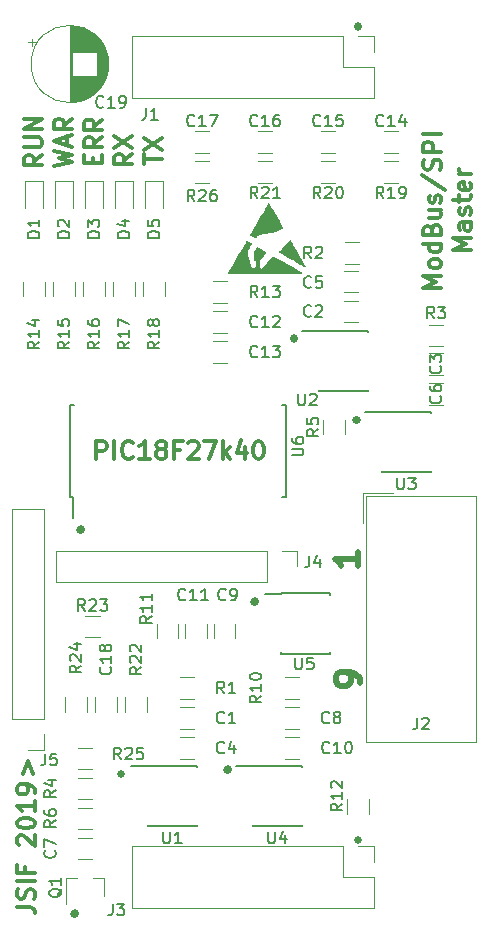
<source format=gbr>
G04 #@! TF.GenerationSoftware,KiCad,Pcbnew,(5.0.0)*
G04 #@! TF.CreationDate,2018-12-13T19:33:25+01:00*
G04 #@! TF.ProjectId,TrackModBusMaster_piggyback,547261636B4D6F644275734D61737465,rev?*
G04 #@! TF.SameCoordinates,Original*
G04 #@! TF.FileFunction,Legend,Top*
G04 #@! TF.FilePolarity,Positive*
%FSLAX46Y46*%
G04 Gerber Fmt 4.6, Leading zero omitted, Abs format (unit mm)*
G04 Created by KiCad (PCBNEW (5.0.0)) date 12/13/18 19:33:25*
%MOMM*%
%LPD*%
G01*
G04 APERTURE LIST*
%ADD10C,0.500000*%
%ADD11C,0.300000*%
%ADD12C,0.120000*%
%ADD13C,0.150000*%
%ADD14C,0.010000*%
G04 APERTURE END LIST*
D10*
X134594600Y-112321885D02*
X134689838Y-112417123D01*
X134594600Y-112512361D01*
X134499361Y-112417123D01*
X134594600Y-112321885D01*
X134594600Y-112512361D01*
X134762761Y-99186952D02*
X134762761Y-98806000D01*
X134667523Y-98615523D01*
X134572285Y-98520285D01*
X134286571Y-98329809D01*
X133905619Y-98234571D01*
X133143714Y-98234571D01*
X132953238Y-98329809D01*
X132858000Y-98425047D01*
X132762761Y-98615523D01*
X132762761Y-98996476D01*
X132858000Y-99186952D01*
X132953238Y-99282190D01*
X133143714Y-99377428D01*
X133619904Y-99377428D01*
X133810380Y-99282190D01*
X133905619Y-99186952D01*
X134000857Y-98996476D01*
X134000857Y-98615523D01*
X133905619Y-98425047D01*
X133810380Y-98329809D01*
X133619904Y-98234571D01*
D11*
X112471285Y-80180571D02*
X112471285Y-78680571D01*
X113042714Y-78680571D01*
X113185571Y-78752000D01*
X113257000Y-78823428D01*
X113328428Y-78966285D01*
X113328428Y-79180571D01*
X113257000Y-79323428D01*
X113185571Y-79394857D01*
X113042714Y-79466285D01*
X112471285Y-79466285D01*
X113971285Y-80180571D02*
X113971285Y-78680571D01*
X115542714Y-80037714D02*
X115471285Y-80109142D01*
X115257000Y-80180571D01*
X115114142Y-80180571D01*
X114899857Y-80109142D01*
X114757000Y-79966285D01*
X114685571Y-79823428D01*
X114614142Y-79537714D01*
X114614142Y-79323428D01*
X114685571Y-79037714D01*
X114757000Y-78894857D01*
X114899857Y-78752000D01*
X115114142Y-78680571D01*
X115257000Y-78680571D01*
X115471285Y-78752000D01*
X115542714Y-78823428D01*
X116971285Y-80180571D02*
X116114142Y-80180571D01*
X116542714Y-80180571D02*
X116542714Y-78680571D01*
X116399857Y-78894857D01*
X116257000Y-79037714D01*
X116114142Y-79109142D01*
X117828428Y-79323428D02*
X117685571Y-79252000D01*
X117614142Y-79180571D01*
X117542714Y-79037714D01*
X117542714Y-78966285D01*
X117614142Y-78823428D01*
X117685571Y-78752000D01*
X117828428Y-78680571D01*
X118114142Y-78680571D01*
X118257000Y-78752000D01*
X118328428Y-78823428D01*
X118399857Y-78966285D01*
X118399857Y-79037714D01*
X118328428Y-79180571D01*
X118257000Y-79252000D01*
X118114142Y-79323428D01*
X117828428Y-79323428D01*
X117685571Y-79394857D01*
X117614142Y-79466285D01*
X117542714Y-79609142D01*
X117542714Y-79894857D01*
X117614142Y-80037714D01*
X117685571Y-80109142D01*
X117828428Y-80180571D01*
X118114142Y-80180571D01*
X118257000Y-80109142D01*
X118328428Y-80037714D01*
X118399857Y-79894857D01*
X118399857Y-79609142D01*
X118328428Y-79466285D01*
X118257000Y-79394857D01*
X118114142Y-79323428D01*
X119542714Y-79394857D02*
X119042714Y-79394857D01*
X119042714Y-80180571D02*
X119042714Y-78680571D01*
X119757000Y-78680571D01*
X120257000Y-78823428D02*
X120328428Y-78752000D01*
X120471285Y-78680571D01*
X120828428Y-78680571D01*
X120971285Y-78752000D01*
X121042714Y-78823428D01*
X121114142Y-78966285D01*
X121114142Y-79109142D01*
X121042714Y-79323428D01*
X120185571Y-80180571D01*
X121114142Y-80180571D01*
X121614142Y-78680571D02*
X122614142Y-78680571D01*
X121971285Y-80180571D01*
X123185571Y-80180571D02*
X123185571Y-78680571D01*
X123328428Y-79609142D02*
X123757000Y-80180571D01*
X123757000Y-79180571D02*
X123185571Y-79752000D01*
X125042714Y-79180571D02*
X125042714Y-80180571D01*
X124685571Y-78609142D02*
X124328428Y-79680571D01*
X125257000Y-79680571D01*
X126114142Y-78680571D02*
X126257000Y-78680571D01*
X126399857Y-78752000D01*
X126471285Y-78823428D01*
X126542714Y-78966285D01*
X126614142Y-79252000D01*
X126614142Y-79609142D01*
X126542714Y-79894857D01*
X126471285Y-80037714D01*
X126399857Y-80109142D01*
X126257000Y-80180571D01*
X126114142Y-80180571D01*
X125971285Y-80109142D01*
X125899857Y-80037714D01*
X125828428Y-79894857D01*
X125757000Y-79609142D01*
X125757000Y-79252000D01*
X125828428Y-78966285D01*
X125899857Y-78823428D01*
X125971285Y-78752000D01*
X126114142Y-78680571D01*
X106231571Y-106870428D02*
X106660142Y-105727571D01*
X107088714Y-106870428D01*
X141643571Y-65682000D02*
X140143571Y-65682000D01*
X141215000Y-65182000D01*
X140143571Y-64682000D01*
X141643571Y-64682000D01*
X141643571Y-63753428D02*
X141572142Y-63896285D01*
X141500714Y-63967714D01*
X141357857Y-64039142D01*
X140929285Y-64039142D01*
X140786428Y-63967714D01*
X140715000Y-63896285D01*
X140643571Y-63753428D01*
X140643571Y-63539142D01*
X140715000Y-63396285D01*
X140786428Y-63324857D01*
X140929285Y-63253428D01*
X141357857Y-63253428D01*
X141500714Y-63324857D01*
X141572142Y-63396285D01*
X141643571Y-63539142D01*
X141643571Y-63753428D01*
X141643571Y-61967714D02*
X140143571Y-61967714D01*
X141572142Y-61967714D02*
X141643571Y-62110571D01*
X141643571Y-62396285D01*
X141572142Y-62539142D01*
X141500714Y-62610571D01*
X141357857Y-62682000D01*
X140929285Y-62682000D01*
X140786428Y-62610571D01*
X140715000Y-62539142D01*
X140643571Y-62396285D01*
X140643571Y-62110571D01*
X140715000Y-61967714D01*
X140857857Y-60753428D02*
X140929285Y-60539142D01*
X141000714Y-60467714D01*
X141143571Y-60396285D01*
X141357857Y-60396285D01*
X141500714Y-60467714D01*
X141572142Y-60539142D01*
X141643571Y-60682000D01*
X141643571Y-61253428D01*
X140143571Y-61253428D01*
X140143571Y-60753428D01*
X140215000Y-60610571D01*
X140286428Y-60539142D01*
X140429285Y-60467714D01*
X140572142Y-60467714D01*
X140715000Y-60539142D01*
X140786428Y-60610571D01*
X140857857Y-60753428D01*
X140857857Y-61253428D01*
X140643571Y-59110571D02*
X141643571Y-59110571D01*
X140643571Y-59753428D02*
X141429285Y-59753428D01*
X141572142Y-59682000D01*
X141643571Y-59539142D01*
X141643571Y-59324857D01*
X141572142Y-59182000D01*
X141500714Y-59110571D01*
X141572142Y-58467714D02*
X141643571Y-58324857D01*
X141643571Y-58039142D01*
X141572142Y-57896285D01*
X141429285Y-57824857D01*
X141357857Y-57824857D01*
X141215000Y-57896285D01*
X141143571Y-58039142D01*
X141143571Y-58253428D01*
X141072142Y-58396285D01*
X140929285Y-58467714D01*
X140857857Y-58467714D01*
X140715000Y-58396285D01*
X140643571Y-58253428D01*
X140643571Y-58039142D01*
X140715000Y-57896285D01*
X140072142Y-56110571D02*
X142000714Y-57396285D01*
X141572142Y-55682000D02*
X141643571Y-55467714D01*
X141643571Y-55110571D01*
X141572142Y-54967714D01*
X141500714Y-54896285D01*
X141357857Y-54824857D01*
X141215000Y-54824857D01*
X141072142Y-54896285D01*
X141000714Y-54967714D01*
X140929285Y-55110571D01*
X140857857Y-55396285D01*
X140786428Y-55539142D01*
X140715000Y-55610571D01*
X140572142Y-55682000D01*
X140429285Y-55682000D01*
X140286428Y-55610571D01*
X140215000Y-55539142D01*
X140143571Y-55396285D01*
X140143571Y-55039142D01*
X140215000Y-54824857D01*
X141643571Y-54182000D02*
X140143571Y-54182000D01*
X140143571Y-53610571D01*
X140215000Y-53467714D01*
X140286428Y-53396285D01*
X140429285Y-53324857D01*
X140643571Y-53324857D01*
X140786428Y-53396285D01*
X140857857Y-53467714D01*
X140929285Y-53610571D01*
X140929285Y-54182000D01*
X141643571Y-52682000D02*
X140143571Y-52682000D01*
X144193571Y-62503428D02*
X142693571Y-62503428D01*
X143765000Y-62003428D01*
X142693571Y-61503428D01*
X144193571Y-61503428D01*
X144193571Y-60146285D02*
X143407857Y-60146285D01*
X143265000Y-60217714D01*
X143193571Y-60360571D01*
X143193571Y-60646285D01*
X143265000Y-60789142D01*
X144122142Y-60146285D02*
X144193571Y-60289142D01*
X144193571Y-60646285D01*
X144122142Y-60789142D01*
X143979285Y-60860571D01*
X143836428Y-60860571D01*
X143693571Y-60789142D01*
X143622142Y-60646285D01*
X143622142Y-60289142D01*
X143550714Y-60146285D01*
X144122142Y-59503428D02*
X144193571Y-59360571D01*
X144193571Y-59074857D01*
X144122142Y-58932000D01*
X143979285Y-58860571D01*
X143907857Y-58860571D01*
X143765000Y-58932000D01*
X143693571Y-59074857D01*
X143693571Y-59289142D01*
X143622142Y-59432000D01*
X143479285Y-59503428D01*
X143407857Y-59503428D01*
X143265000Y-59432000D01*
X143193571Y-59289142D01*
X143193571Y-59074857D01*
X143265000Y-58932000D01*
X143193571Y-58432000D02*
X143193571Y-57860571D01*
X142693571Y-58217714D02*
X143979285Y-58217714D01*
X144122142Y-58146285D01*
X144193571Y-58003428D01*
X144193571Y-57860571D01*
X144122142Y-56789142D02*
X144193571Y-56932000D01*
X144193571Y-57217714D01*
X144122142Y-57360571D01*
X143979285Y-57432000D01*
X143407857Y-57432000D01*
X143265000Y-57360571D01*
X143193571Y-57217714D01*
X143193571Y-56932000D01*
X143265000Y-56789142D01*
X143407857Y-56717714D01*
X143550714Y-56717714D01*
X143693571Y-57432000D01*
X144193571Y-56074857D02*
X143193571Y-56074857D01*
X143479285Y-56074857D02*
X143336428Y-56003428D01*
X143265000Y-55932000D01*
X143193571Y-55789142D01*
X143193571Y-55646285D01*
X105731571Y-118085571D02*
X106803000Y-118085571D01*
X107017285Y-118157000D01*
X107160142Y-118299857D01*
X107231571Y-118514142D01*
X107231571Y-118657000D01*
X107160142Y-117442714D02*
X107231571Y-117228428D01*
X107231571Y-116871285D01*
X107160142Y-116728428D01*
X107088714Y-116657000D01*
X106945857Y-116585571D01*
X106803000Y-116585571D01*
X106660142Y-116657000D01*
X106588714Y-116728428D01*
X106517285Y-116871285D01*
X106445857Y-117157000D01*
X106374428Y-117299857D01*
X106303000Y-117371285D01*
X106160142Y-117442714D01*
X106017285Y-117442714D01*
X105874428Y-117371285D01*
X105803000Y-117299857D01*
X105731571Y-117157000D01*
X105731571Y-116799857D01*
X105803000Y-116585571D01*
X107231571Y-115942714D02*
X105731571Y-115942714D01*
X106445857Y-114728428D02*
X106445857Y-115228428D01*
X107231571Y-115228428D02*
X105731571Y-115228428D01*
X105731571Y-114514142D01*
X105874428Y-112871285D02*
X105803000Y-112799857D01*
X105731571Y-112657000D01*
X105731571Y-112299857D01*
X105803000Y-112157000D01*
X105874428Y-112085571D01*
X106017285Y-112014142D01*
X106160142Y-112014142D01*
X106374428Y-112085571D01*
X107231571Y-112942714D01*
X107231571Y-112014142D01*
X105731571Y-111085571D02*
X105731571Y-110942714D01*
X105803000Y-110799857D01*
X105874428Y-110728428D01*
X106017285Y-110657000D01*
X106303000Y-110585571D01*
X106660142Y-110585571D01*
X106945857Y-110657000D01*
X107088714Y-110728428D01*
X107160142Y-110799857D01*
X107231571Y-110942714D01*
X107231571Y-111085571D01*
X107160142Y-111228428D01*
X107088714Y-111299857D01*
X106945857Y-111371285D01*
X106660142Y-111442714D01*
X106303000Y-111442714D01*
X106017285Y-111371285D01*
X105874428Y-111299857D01*
X105803000Y-111228428D01*
X105731571Y-111085571D01*
X107231571Y-109157000D02*
X107231571Y-110014142D01*
X107231571Y-109585571D02*
X105731571Y-109585571D01*
X105945857Y-109728428D01*
X106088714Y-109871285D01*
X106160142Y-110014142D01*
X107231571Y-108442714D02*
X107231571Y-108157000D01*
X107160142Y-108014142D01*
X107088714Y-107942714D01*
X106874428Y-107799857D01*
X106588714Y-107728428D01*
X106017285Y-107728428D01*
X105874428Y-107799857D01*
X105803000Y-107871285D01*
X105731571Y-108014142D01*
X105731571Y-108299857D01*
X105803000Y-108442714D01*
X105874428Y-108514142D01*
X106017285Y-108585571D01*
X106374428Y-108585571D01*
X106517285Y-108514142D01*
X106588714Y-108442714D01*
X106660142Y-108299857D01*
X106660142Y-108014142D01*
X106588714Y-107871285D01*
X106517285Y-107799857D01*
X106374428Y-107728428D01*
D10*
X134635761Y-88074571D02*
X134635761Y-89217428D01*
X134635761Y-88646000D02*
X132635761Y-88646000D01*
X132921476Y-88836476D01*
X133111952Y-89026952D01*
X133207190Y-89217428D01*
X134620000Y-43462485D02*
X134715238Y-43557723D01*
X134620000Y-43652961D01*
X134524761Y-43557723D01*
X134620000Y-43462485D01*
X134620000Y-43652961D01*
X110617000Y-118570285D02*
X110712238Y-118665523D01*
X110617000Y-118760761D01*
X110521761Y-118665523D01*
X110617000Y-118570285D01*
X110617000Y-118760761D01*
X111125000Y-86058285D02*
X111220238Y-86153523D01*
X111125000Y-86248761D01*
X111029761Y-86153523D01*
X111125000Y-86058285D01*
X111125000Y-86248761D01*
X114554000Y-106759285D02*
X114649238Y-106854523D01*
X114554000Y-106949761D01*
X114458761Y-106854523D01*
X114554000Y-106759285D01*
X114554000Y-106949761D01*
X123571000Y-106378285D02*
X123666238Y-106473523D01*
X123571000Y-106568761D01*
X123475761Y-106473523D01*
X123571000Y-106378285D01*
X123571000Y-106568761D01*
X125857000Y-92154285D02*
X125952238Y-92249523D01*
X125857000Y-92344761D01*
X125761761Y-92249523D01*
X125857000Y-92154285D01*
X125857000Y-92344761D01*
X134493000Y-76787285D02*
X134588238Y-76882523D01*
X134493000Y-76977761D01*
X134397761Y-76882523D01*
X134493000Y-76787285D01*
X134493000Y-76977761D01*
X129184400Y-69878485D02*
X129279638Y-69973723D01*
X129184400Y-70068961D01*
X129089161Y-69973723D01*
X129184400Y-69878485D01*
X129184400Y-70068961D01*
D11*
X116526571Y-55244857D02*
X116526571Y-54387714D01*
X118026571Y-54816285D02*
X116526571Y-54816285D01*
X116526571Y-54030571D02*
X118026571Y-53030571D01*
X116526571Y-53030571D02*
X118026571Y-54030571D01*
X115486571Y-54352000D02*
X114772285Y-54852000D01*
X115486571Y-55209142D02*
X113986571Y-55209142D01*
X113986571Y-54637714D01*
X114058000Y-54494857D01*
X114129428Y-54423428D01*
X114272285Y-54352000D01*
X114486571Y-54352000D01*
X114629428Y-54423428D01*
X114700857Y-54494857D01*
X114772285Y-54637714D01*
X114772285Y-55209142D01*
X113986571Y-53852000D02*
X115486571Y-52852000D01*
X113986571Y-52852000D02*
X115486571Y-53852000D01*
X112160857Y-55161428D02*
X112160857Y-54661428D01*
X112946571Y-54447142D02*
X112946571Y-55161428D01*
X111446571Y-55161428D01*
X111446571Y-54447142D01*
X112946571Y-52947142D02*
X112232285Y-53447142D01*
X112946571Y-53804285D02*
X111446571Y-53804285D01*
X111446571Y-53232857D01*
X111518000Y-53090000D01*
X111589428Y-53018571D01*
X111732285Y-52947142D01*
X111946571Y-52947142D01*
X112089428Y-53018571D01*
X112160857Y-53090000D01*
X112232285Y-53232857D01*
X112232285Y-53804285D01*
X112946571Y-51447142D02*
X112232285Y-51947142D01*
X112946571Y-52304285D02*
X111446571Y-52304285D01*
X111446571Y-51732857D01*
X111518000Y-51590000D01*
X111589428Y-51518571D01*
X111732285Y-51447142D01*
X111946571Y-51447142D01*
X112089428Y-51518571D01*
X112160857Y-51590000D01*
X112232285Y-51732857D01*
X112232285Y-52304285D01*
X108906571Y-55375714D02*
X110406571Y-55018571D01*
X109335142Y-54732857D01*
X110406571Y-54447142D01*
X108906571Y-54090000D01*
X109978000Y-53590000D02*
X109978000Y-52875714D01*
X110406571Y-53732857D02*
X108906571Y-53232857D01*
X110406571Y-52732857D01*
X110406571Y-51375714D02*
X109692285Y-51875714D01*
X110406571Y-52232857D02*
X108906571Y-52232857D01*
X108906571Y-51661428D01*
X108978000Y-51518571D01*
X109049428Y-51447142D01*
X109192285Y-51375714D01*
X109406571Y-51375714D01*
X109549428Y-51447142D01*
X109620857Y-51518571D01*
X109692285Y-51661428D01*
X109692285Y-52232857D01*
X107866571Y-54447142D02*
X107152285Y-54947142D01*
X107866571Y-55304285D02*
X106366571Y-55304285D01*
X106366571Y-54732857D01*
X106438000Y-54590000D01*
X106509428Y-54518571D01*
X106652285Y-54447142D01*
X106866571Y-54447142D01*
X107009428Y-54518571D01*
X107080857Y-54590000D01*
X107152285Y-54732857D01*
X107152285Y-55304285D01*
X106366571Y-53804285D02*
X107580857Y-53804285D01*
X107723714Y-53732857D01*
X107795142Y-53661428D01*
X107866571Y-53518571D01*
X107866571Y-53232857D01*
X107795142Y-53090000D01*
X107723714Y-53018571D01*
X107580857Y-52947142D01*
X106366571Y-52947142D01*
X107866571Y-52232857D02*
X106366571Y-52232857D01*
X107866571Y-51375714D01*
X106366571Y-51375714D01*
D12*
G04 #@! TO.C,J1*
X135950000Y-44390000D02*
X135950000Y-45720000D01*
X134620000Y-44390000D02*
X135950000Y-44390000D01*
X135950000Y-46990000D02*
X135950000Y-49590000D01*
X133350000Y-46990000D02*
X135950000Y-46990000D01*
X133350000Y-44390000D02*
X133350000Y-46990000D01*
X135950000Y-49590000D02*
X115510000Y-49590000D01*
X133350000Y-44390000D02*
X115510000Y-44390000D01*
X115510000Y-44390000D02*
X115510000Y-49590000D01*
G04 #@! TO.C,C3*
X141826064Y-71226000D02*
X140621936Y-71226000D01*
X141826064Y-73046000D02*
X140621936Y-73046000D01*
G04 #@! TO.C,C6*
X141826064Y-75586000D02*
X140621936Y-75586000D01*
X141826064Y-73766000D02*
X140621936Y-73766000D01*
G04 #@! TO.C,R3*
X140621936Y-70633000D02*
X141826064Y-70633000D01*
X140621936Y-68813000D02*
X141826064Y-68813000D01*
G04 #@! TO.C,R15*
X110638000Y-65183936D02*
X110638000Y-66388064D01*
X108818000Y-65183936D02*
X108818000Y-66388064D01*
G04 #@! TO.C,R18*
X116438000Y-65183936D02*
X116438000Y-66388064D01*
X118258000Y-65183936D02*
X118258000Y-66388064D01*
G04 #@! TO.C,R14*
X108098000Y-65183936D02*
X108098000Y-66388064D01*
X106278000Y-65183936D02*
X106278000Y-66388064D01*
G04 #@! TO.C,R17*
X113898000Y-65183936D02*
X113898000Y-66388064D01*
X115718000Y-65183936D02*
X115718000Y-66388064D01*
G04 #@! TO.C,R16*
X113178000Y-65183936D02*
X113178000Y-66388064D01*
X111358000Y-65183936D02*
X111358000Y-66388064D01*
G04 #@! TO.C,C1*
X120744064Y-103018000D02*
X119539936Y-103018000D01*
X120744064Y-101198000D02*
X119539936Y-101198000D01*
G04 #@! TO.C,C2*
X134648064Y-66781000D02*
X133443936Y-66781000D01*
X134648064Y-68601000D02*
X133443936Y-68601000D01*
G04 #@! TO.C,C4*
X120744064Y-103738000D02*
X119539936Y-103738000D01*
X120744064Y-105558000D02*
X119539936Y-105558000D01*
G04 #@! TO.C,C5*
X134648064Y-66061000D02*
X133443936Y-66061000D01*
X134648064Y-64241000D02*
X133443936Y-64241000D01*
G04 #@! TO.C,C7*
X110903936Y-112247000D02*
X112108064Y-112247000D01*
X110903936Y-114067000D02*
X112108064Y-114067000D01*
G04 #@! TO.C,C8*
X129634064Y-103018000D02*
X128429936Y-103018000D01*
X129634064Y-101198000D02*
X128429936Y-101198000D01*
G04 #@! TO.C,C9*
X122407000Y-94139936D02*
X122407000Y-95344064D01*
X124227000Y-94139936D02*
X124227000Y-95344064D01*
G04 #@! TO.C,C10*
X129634064Y-105558000D02*
X128429936Y-105558000D01*
X129634064Y-103738000D02*
X128429936Y-103738000D01*
G04 #@! TO.C,C11*
X119994000Y-94139936D02*
X119994000Y-95344064D01*
X121814000Y-94139936D02*
X121814000Y-95344064D01*
G04 #@! TO.C,C12*
X122333936Y-69490000D02*
X123538064Y-69490000D01*
X122333936Y-67670000D02*
X123538064Y-67670000D01*
G04 #@! TO.C,C13*
X122333936Y-70210000D02*
X123538064Y-70210000D01*
X122333936Y-72030000D02*
X123538064Y-72030000D01*
G04 #@! TO.C,C14*
X138016064Y-54250000D02*
X136811936Y-54250000D01*
X138016064Y-52430000D02*
X136811936Y-52430000D01*
G04 #@! TO.C,C15*
X132682064Y-52430000D02*
X131477936Y-52430000D01*
X132682064Y-54250000D02*
X131477936Y-54250000D01*
G04 #@! TO.C,C16*
X127348064Y-52430000D02*
X126143936Y-52430000D01*
X127348064Y-54250000D02*
X126143936Y-54250000D01*
G04 #@! TO.C,C17*
X122014064Y-54250000D02*
X120809936Y-54250000D01*
X122014064Y-52430000D02*
X120809936Y-52430000D01*
G04 #@! TO.C,C18*
X112374000Y-100362936D02*
X112374000Y-101567064D01*
X114194000Y-100362936D02*
X114194000Y-101567064D01*
G04 #@! TO.C,J2*
X144629000Y-83296000D02*
X144629000Y-104156000D01*
X144629000Y-104156000D02*
X135279000Y-104156000D01*
X135279000Y-104156000D02*
X135279000Y-83296000D01*
X135279000Y-83296000D02*
X144629000Y-83296000D01*
X135029000Y-83046000D02*
X135029000Y-85586000D01*
X135029000Y-83046000D02*
X137569000Y-83046000D01*
G04 #@! TO.C,J3*
X115510000Y-112970000D02*
X115510000Y-118170000D01*
X133350000Y-112970000D02*
X115510000Y-112970000D01*
X135950000Y-118170000D02*
X115510000Y-118170000D01*
X133350000Y-112970000D02*
X133350000Y-115570000D01*
X133350000Y-115570000D02*
X135950000Y-115570000D01*
X135950000Y-115570000D02*
X135950000Y-118170000D01*
X134620000Y-112970000D02*
X135950000Y-112970000D01*
X135950000Y-112970000D02*
X135950000Y-114300000D01*
G04 #@! TO.C,J4*
X109033000Y-87951000D02*
X109033000Y-90611000D01*
X126873000Y-87951000D02*
X109033000Y-87951000D01*
X126873000Y-90611000D02*
X109033000Y-90611000D01*
X126873000Y-87951000D02*
X126873000Y-90611000D01*
X128143000Y-87951000D02*
X129473000Y-87951000D01*
X129473000Y-87951000D02*
X129473000Y-89281000D01*
G04 #@! TO.C,J5*
X108010000Y-104835000D02*
X106680000Y-104835000D01*
X108010000Y-103505000D02*
X108010000Y-104835000D01*
X108010000Y-102235000D02*
X105350000Y-102235000D01*
X105350000Y-102235000D02*
X105350000Y-84395000D01*
X108010000Y-102235000D02*
X108010000Y-84395000D01*
X108010000Y-84395000D02*
X105350000Y-84395000D01*
G04 #@! TO.C,Q1*
X113086000Y-115699000D02*
X112156000Y-115699000D01*
X109926000Y-115699000D02*
X110856000Y-115699000D01*
X109926000Y-115699000D02*
X109926000Y-117859000D01*
X113086000Y-115699000D02*
X113086000Y-117159000D01*
G04 #@! TO.C,R1*
X119539936Y-98658000D02*
X120744064Y-98658000D01*
X119539936Y-100478000D02*
X120744064Y-100478000D01*
G04 #@! TO.C,R2*
X133509936Y-61828000D02*
X134714064Y-61828000D01*
X133509936Y-63648000D02*
X134714064Y-63648000D01*
G04 #@! TO.C,R4*
X110903936Y-107167000D02*
X112108064Y-107167000D01*
X110903936Y-108987000D02*
X112108064Y-108987000D01*
G04 #@! TO.C,R5*
X133498000Y-78072064D02*
X133498000Y-76867936D01*
X131678000Y-78072064D02*
X131678000Y-76867936D01*
G04 #@! TO.C,R6*
X110903936Y-111527000D02*
X112108064Y-111527000D01*
X110903936Y-109707000D02*
X112108064Y-109707000D01*
G04 #@! TO.C,R10*
X128429936Y-98658000D02*
X129634064Y-98658000D01*
X128429936Y-100478000D02*
X129634064Y-100478000D01*
G04 #@! TO.C,R11*
X117581000Y-95344064D02*
X117581000Y-94139936D01*
X119401000Y-95344064D02*
X119401000Y-94139936D01*
G04 #@! TO.C,R12*
X133710000Y-108998936D02*
X133710000Y-110203064D01*
X135530000Y-108998936D02*
X135530000Y-110203064D01*
G04 #@! TO.C,R13*
X123538064Y-65130000D02*
X122333936Y-65130000D01*
X123538064Y-66950000D02*
X122333936Y-66950000D01*
G04 #@! TO.C,R19*
X138016064Y-56790000D02*
X136811936Y-56790000D01*
X138016064Y-54970000D02*
X136811936Y-54970000D01*
G04 #@! TO.C,R20*
X132682064Y-56790000D02*
X131477936Y-56790000D01*
X132682064Y-54970000D02*
X131477936Y-54970000D01*
G04 #@! TO.C,R21*
X126143936Y-56790000D02*
X127348064Y-56790000D01*
X126143936Y-54970000D02*
X127348064Y-54970000D01*
G04 #@! TO.C,R22*
X114914000Y-100362936D02*
X114914000Y-101567064D01*
X116734000Y-100362936D02*
X116734000Y-101567064D01*
G04 #@! TO.C,R23*
X112743064Y-93451000D02*
X111538936Y-93451000D01*
X112743064Y-95271000D02*
X111538936Y-95271000D01*
G04 #@! TO.C,R24*
X111654000Y-101567064D02*
X111654000Y-100362936D01*
X109834000Y-101567064D02*
X109834000Y-100362936D01*
G04 #@! TO.C,R25*
X112108064Y-106447000D02*
X110903936Y-106447000D01*
X112108064Y-104627000D02*
X110903936Y-104627000D01*
D13*
G04 #@! TO.C,U1*
X116797000Y-106137000D02*
X116797000Y-106187000D01*
X120947000Y-106137000D02*
X120947000Y-106282000D01*
X120947000Y-111287000D02*
X120947000Y-111142000D01*
X116797000Y-111287000D02*
X116797000Y-111142000D01*
X116797000Y-106137000D02*
X120947000Y-106137000D01*
X116797000Y-111287000D02*
X120947000Y-111287000D01*
X116797000Y-106187000D02*
X115397000Y-106187000D01*
G04 #@! TO.C,U2*
X131275000Y-69307000D02*
X131275000Y-69357000D01*
X135425000Y-69307000D02*
X135425000Y-69452000D01*
X135425000Y-74457000D02*
X135425000Y-74312000D01*
X131275000Y-74457000D02*
X131275000Y-74312000D01*
X131275000Y-69307000D02*
X135425000Y-69307000D01*
X131275000Y-74457000D02*
X135425000Y-74457000D01*
X131275000Y-69357000D02*
X129875000Y-69357000D01*
G04 #@! TO.C,U3*
X136609000Y-76215000D02*
X135209000Y-76215000D01*
X136609000Y-81315000D02*
X140759000Y-81315000D01*
X136609000Y-76165000D02*
X140759000Y-76165000D01*
X136609000Y-81315000D02*
X136609000Y-81170000D01*
X140759000Y-81315000D02*
X140759000Y-81170000D01*
X140759000Y-76165000D02*
X140759000Y-76310000D01*
X136609000Y-76165000D02*
X136609000Y-76215000D01*
G04 #@! TO.C,U4*
X125687000Y-106137000D02*
X125687000Y-106187000D01*
X129837000Y-106137000D02*
X129837000Y-106282000D01*
X129837000Y-111287000D02*
X129837000Y-111142000D01*
X125687000Y-111287000D02*
X125687000Y-111142000D01*
X125687000Y-106137000D02*
X129837000Y-106137000D01*
X125687000Y-111287000D02*
X129837000Y-111287000D01*
X125687000Y-106187000D02*
X124287000Y-106187000D01*
G04 #@! TO.C,U5*
X128100000Y-91582000D02*
X126700000Y-91582000D01*
X128100000Y-96682000D02*
X132250000Y-96682000D01*
X128100000Y-91532000D02*
X132250000Y-91532000D01*
X128100000Y-96682000D02*
X128100000Y-96537000D01*
X132250000Y-96682000D02*
X132250000Y-96537000D01*
X132250000Y-91532000D02*
X132250000Y-91677000D01*
X128100000Y-91532000D02*
X128100000Y-91582000D01*
G04 #@! TO.C,U6*
X110255000Y-83377000D02*
X110505000Y-83377000D01*
X110255000Y-75627000D02*
X110600000Y-75627000D01*
X128505000Y-75627000D02*
X128160000Y-75627000D01*
X128505000Y-83377000D02*
X128160000Y-83377000D01*
X110255000Y-83377000D02*
X110255000Y-75627000D01*
X128505000Y-83377000D02*
X128505000Y-75627000D01*
X110505000Y-83377000D02*
X110505000Y-85202000D01*
D12*
G04 #@! TO.C,R26*
X122014064Y-56790000D02*
X120809936Y-56790000D01*
X122014064Y-54970000D02*
X120809936Y-54970000D01*
G04 #@! TO.C,C19*
X113486000Y-46736000D02*
G75*
G03X113486000Y-46736000I-3270000J0D01*
G01*
X110216000Y-43506000D02*
X110216000Y-49966000D01*
X110256000Y-43506000D02*
X110256000Y-49966000D01*
X110296000Y-43506000D02*
X110296000Y-49966000D01*
X110336000Y-43508000D02*
X110336000Y-49964000D01*
X110376000Y-43509000D02*
X110376000Y-49963000D01*
X110416000Y-43512000D02*
X110416000Y-49960000D01*
X110456000Y-43514000D02*
X110456000Y-45696000D01*
X110456000Y-47776000D02*
X110456000Y-49958000D01*
X110496000Y-43518000D02*
X110496000Y-45696000D01*
X110496000Y-47776000D02*
X110496000Y-49954000D01*
X110536000Y-43521000D02*
X110536000Y-45696000D01*
X110536000Y-47776000D02*
X110536000Y-49951000D01*
X110576000Y-43525000D02*
X110576000Y-45696000D01*
X110576000Y-47776000D02*
X110576000Y-49947000D01*
X110616000Y-43530000D02*
X110616000Y-45696000D01*
X110616000Y-47776000D02*
X110616000Y-49942000D01*
X110656000Y-43535000D02*
X110656000Y-45696000D01*
X110656000Y-47776000D02*
X110656000Y-49937000D01*
X110696000Y-43541000D02*
X110696000Y-45696000D01*
X110696000Y-47776000D02*
X110696000Y-49931000D01*
X110736000Y-43547000D02*
X110736000Y-45696000D01*
X110736000Y-47776000D02*
X110736000Y-49925000D01*
X110776000Y-43554000D02*
X110776000Y-45696000D01*
X110776000Y-47776000D02*
X110776000Y-49918000D01*
X110816000Y-43561000D02*
X110816000Y-45696000D01*
X110816000Y-47776000D02*
X110816000Y-49911000D01*
X110856000Y-43569000D02*
X110856000Y-45696000D01*
X110856000Y-47776000D02*
X110856000Y-49903000D01*
X110896000Y-43577000D02*
X110896000Y-45696000D01*
X110896000Y-47776000D02*
X110896000Y-49895000D01*
X110937000Y-43586000D02*
X110937000Y-45696000D01*
X110937000Y-47776000D02*
X110937000Y-49886000D01*
X110977000Y-43595000D02*
X110977000Y-45696000D01*
X110977000Y-47776000D02*
X110977000Y-49877000D01*
X111017000Y-43605000D02*
X111017000Y-45696000D01*
X111017000Y-47776000D02*
X111017000Y-49867000D01*
X111057000Y-43615000D02*
X111057000Y-45696000D01*
X111057000Y-47776000D02*
X111057000Y-49857000D01*
X111097000Y-43626000D02*
X111097000Y-45696000D01*
X111097000Y-47776000D02*
X111097000Y-49846000D01*
X111137000Y-43638000D02*
X111137000Y-45696000D01*
X111137000Y-47776000D02*
X111137000Y-49834000D01*
X111177000Y-43650000D02*
X111177000Y-45696000D01*
X111177000Y-47776000D02*
X111177000Y-49822000D01*
X111217000Y-43662000D02*
X111217000Y-45696000D01*
X111217000Y-47776000D02*
X111217000Y-49810000D01*
X111257000Y-43675000D02*
X111257000Y-45696000D01*
X111257000Y-47776000D02*
X111257000Y-49797000D01*
X111297000Y-43689000D02*
X111297000Y-45696000D01*
X111297000Y-47776000D02*
X111297000Y-49783000D01*
X111337000Y-43703000D02*
X111337000Y-45696000D01*
X111337000Y-47776000D02*
X111337000Y-49769000D01*
X111377000Y-43718000D02*
X111377000Y-45696000D01*
X111377000Y-47776000D02*
X111377000Y-49754000D01*
X111417000Y-43734000D02*
X111417000Y-45696000D01*
X111417000Y-47776000D02*
X111417000Y-49738000D01*
X111457000Y-43750000D02*
X111457000Y-45696000D01*
X111457000Y-47776000D02*
X111457000Y-49722000D01*
X111497000Y-43766000D02*
X111497000Y-45696000D01*
X111497000Y-47776000D02*
X111497000Y-49706000D01*
X111537000Y-43784000D02*
X111537000Y-45696000D01*
X111537000Y-47776000D02*
X111537000Y-49688000D01*
X111577000Y-43802000D02*
X111577000Y-45696000D01*
X111577000Y-47776000D02*
X111577000Y-49670000D01*
X111617000Y-43820000D02*
X111617000Y-45696000D01*
X111617000Y-47776000D02*
X111617000Y-49652000D01*
X111657000Y-43840000D02*
X111657000Y-45696000D01*
X111657000Y-47776000D02*
X111657000Y-49632000D01*
X111697000Y-43860000D02*
X111697000Y-45696000D01*
X111697000Y-47776000D02*
X111697000Y-49612000D01*
X111737000Y-43880000D02*
X111737000Y-45696000D01*
X111737000Y-47776000D02*
X111737000Y-49592000D01*
X111777000Y-43902000D02*
X111777000Y-45696000D01*
X111777000Y-47776000D02*
X111777000Y-49570000D01*
X111817000Y-43924000D02*
X111817000Y-45696000D01*
X111817000Y-47776000D02*
X111817000Y-49548000D01*
X111857000Y-43946000D02*
X111857000Y-45696000D01*
X111857000Y-47776000D02*
X111857000Y-49526000D01*
X111897000Y-43970000D02*
X111897000Y-45696000D01*
X111897000Y-47776000D02*
X111897000Y-49502000D01*
X111937000Y-43994000D02*
X111937000Y-45696000D01*
X111937000Y-47776000D02*
X111937000Y-49478000D01*
X111977000Y-44020000D02*
X111977000Y-45696000D01*
X111977000Y-47776000D02*
X111977000Y-49452000D01*
X112017000Y-44046000D02*
X112017000Y-45696000D01*
X112017000Y-47776000D02*
X112017000Y-49426000D01*
X112057000Y-44072000D02*
X112057000Y-45696000D01*
X112057000Y-47776000D02*
X112057000Y-49400000D01*
X112097000Y-44100000D02*
X112097000Y-45696000D01*
X112097000Y-47776000D02*
X112097000Y-49372000D01*
X112137000Y-44129000D02*
X112137000Y-45696000D01*
X112137000Y-47776000D02*
X112137000Y-49343000D01*
X112177000Y-44158000D02*
X112177000Y-45696000D01*
X112177000Y-47776000D02*
X112177000Y-49314000D01*
X112217000Y-44188000D02*
X112217000Y-45696000D01*
X112217000Y-47776000D02*
X112217000Y-49284000D01*
X112257000Y-44220000D02*
X112257000Y-45696000D01*
X112257000Y-47776000D02*
X112257000Y-49252000D01*
X112297000Y-44252000D02*
X112297000Y-45696000D01*
X112297000Y-47776000D02*
X112297000Y-49220000D01*
X112337000Y-44286000D02*
X112337000Y-45696000D01*
X112337000Y-47776000D02*
X112337000Y-49186000D01*
X112377000Y-44320000D02*
X112377000Y-45696000D01*
X112377000Y-47776000D02*
X112377000Y-49152000D01*
X112417000Y-44356000D02*
X112417000Y-45696000D01*
X112417000Y-47776000D02*
X112417000Y-49116000D01*
X112457000Y-44393000D02*
X112457000Y-45696000D01*
X112457000Y-47776000D02*
X112457000Y-49079000D01*
X112497000Y-44431000D02*
X112497000Y-45696000D01*
X112497000Y-47776000D02*
X112497000Y-49041000D01*
X112537000Y-44471000D02*
X112537000Y-49001000D01*
X112577000Y-44512000D02*
X112577000Y-48960000D01*
X112617000Y-44554000D02*
X112617000Y-48918000D01*
X112657000Y-44599000D02*
X112657000Y-48873000D01*
X112697000Y-44644000D02*
X112697000Y-48828000D01*
X112737000Y-44692000D02*
X112737000Y-48780000D01*
X112777000Y-44741000D02*
X112777000Y-48731000D01*
X112817000Y-44792000D02*
X112817000Y-48680000D01*
X112857000Y-44846000D02*
X112857000Y-48626000D01*
X112897000Y-44902000D02*
X112897000Y-48570000D01*
X112937000Y-44960000D02*
X112937000Y-48512000D01*
X112977000Y-45022000D02*
X112977000Y-48450000D01*
X113017000Y-45086000D02*
X113017000Y-48386000D01*
X113057000Y-45155000D02*
X113057000Y-48317000D01*
X113097000Y-45227000D02*
X113097000Y-48245000D01*
X113137000Y-45304000D02*
X113137000Y-48168000D01*
X113177000Y-45386000D02*
X113177000Y-48086000D01*
X113217000Y-45474000D02*
X113217000Y-47998000D01*
X113257000Y-45571000D02*
X113257000Y-47901000D01*
X113297000Y-45677000D02*
X113297000Y-47795000D01*
X113337000Y-45796000D02*
X113337000Y-47676000D01*
X113377000Y-45934000D02*
X113377000Y-47538000D01*
X113417000Y-46103000D02*
X113417000Y-47369000D01*
X113457000Y-46334000D02*
X113457000Y-47138000D01*
X106715759Y-44897000D02*
X107345759Y-44897000D01*
X107030759Y-44582000D02*
X107030759Y-45212000D01*
D14*
G04 #@! TO.C,REF\002A\002A*
G36*
X127037043Y-58553835D02*
X127060065Y-58591245D01*
X127095534Y-58650514D01*
X127141996Y-58729118D01*
X127197996Y-58824538D01*
X127262081Y-58934250D01*
X127332796Y-59055734D01*
X127408687Y-59186468D01*
X127488299Y-59323930D01*
X127570178Y-59465598D01*
X127652870Y-59608951D01*
X127734921Y-59751467D01*
X127814876Y-59890624D01*
X127891281Y-60023901D01*
X127962682Y-60148776D01*
X128027624Y-60262727D01*
X128084653Y-60363233D01*
X128132315Y-60447772D01*
X128169155Y-60513822D01*
X128193720Y-60558862D01*
X128204554Y-60580370D01*
X128204951Y-60581714D01*
X128191501Y-60599965D01*
X128154114Y-60627882D01*
X128097235Y-60662725D01*
X128025312Y-60701754D01*
X127950015Y-60738843D01*
X127847560Y-60783817D01*
X127739817Y-60824226D01*
X127623073Y-60860969D01*
X127493618Y-60894942D01*
X127347740Y-60927044D01*
X127181726Y-60958173D01*
X126991866Y-60989227D01*
X126795469Y-61018145D01*
X126624834Y-61043800D01*
X126481545Y-61069198D01*
X126362008Y-61095602D01*
X126262630Y-61124273D01*
X126179818Y-61156473D01*
X126109978Y-61193465D01*
X126049518Y-61236512D01*
X125994845Y-61286875D01*
X125977214Y-61305583D01*
X125939000Y-61349139D01*
X125910732Y-61384682D01*
X125897618Y-61405583D01*
X125897268Y-61407297D01*
X125892680Y-61417806D01*
X125876758Y-61417924D01*
X125846266Y-61406254D01*
X125797968Y-61381396D01*
X125728627Y-61341952D01*
X125680439Y-61313587D01*
X125608583Y-61269247D01*
X125552742Y-61231279D01*
X125516667Y-61202416D01*
X125504113Y-61185388D01*
X125504121Y-61185264D01*
X125511906Y-61169037D01*
X125533892Y-61128400D01*
X125568803Y-61065567D01*
X125615363Y-60982752D01*
X125672295Y-60882172D01*
X125738323Y-60766040D01*
X125812172Y-60636571D01*
X125892564Y-60495980D01*
X125978224Y-60346482D01*
X126067876Y-60190292D01*
X126160243Y-60029624D01*
X126254049Y-59866693D01*
X126348018Y-59703713D01*
X126440874Y-59542900D01*
X126531340Y-59386468D01*
X126618141Y-59236633D01*
X126700000Y-59095608D01*
X126775641Y-58965609D01*
X126843787Y-58848849D01*
X126903163Y-58747545D01*
X126952493Y-58663911D01*
X126990500Y-58600162D01*
X127015907Y-58558511D01*
X127027440Y-58541175D01*
X127027923Y-58540805D01*
X127037043Y-58553835D01*
X127037043Y-58553835D01*
G37*
X127037043Y-58553835D02*
X127060065Y-58591245D01*
X127095534Y-58650514D01*
X127141996Y-58729118D01*
X127197996Y-58824538D01*
X127262081Y-58934250D01*
X127332796Y-59055734D01*
X127408687Y-59186468D01*
X127488299Y-59323930D01*
X127570178Y-59465598D01*
X127652870Y-59608951D01*
X127734921Y-59751467D01*
X127814876Y-59890624D01*
X127891281Y-60023901D01*
X127962682Y-60148776D01*
X128027624Y-60262727D01*
X128084653Y-60363233D01*
X128132315Y-60447772D01*
X128169155Y-60513822D01*
X128193720Y-60558862D01*
X128204554Y-60580370D01*
X128204951Y-60581714D01*
X128191501Y-60599965D01*
X128154114Y-60627882D01*
X128097235Y-60662725D01*
X128025312Y-60701754D01*
X127950015Y-60738843D01*
X127847560Y-60783817D01*
X127739817Y-60824226D01*
X127623073Y-60860969D01*
X127493618Y-60894942D01*
X127347740Y-60927044D01*
X127181726Y-60958173D01*
X126991866Y-60989227D01*
X126795469Y-61018145D01*
X126624834Y-61043800D01*
X126481545Y-61069198D01*
X126362008Y-61095602D01*
X126262630Y-61124273D01*
X126179818Y-61156473D01*
X126109978Y-61193465D01*
X126049518Y-61236512D01*
X125994845Y-61286875D01*
X125977214Y-61305583D01*
X125939000Y-61349139D01*
X125910732Y-61384682D01*
X125897618Y-61405583D01*
X125897268Y-61407297D01*
X125892680Y-61417806D01*
X125876758Y-61417924D01*
X125846266Y-61406254D01*
X125797968Y-61381396D01*
X125728627Y-61341952D01*
X125680439Y-61313587D01*
X125608583Y-61269247D01*
X125552742Y-61231279D01*
X125516667Y-61202416D01*
X125504113Y-61185388D01*
X125504121Y-61185264D01*
X125511906Y-61169037D01*
X125533892Y-61128400D01*
X125568803Y-61065567D01*
X125615363Y-60982752D01*
X125672295Y-60882172D01*
X125738323Y-60766040D01*
X125812172Y-60636571D01*
X125892564Y-60495980D01*
X125978224Y-60346482D01*
X126067876Y-60190292D01*
X126160243Y-60029624D01*
X126254049Y-59866693D01*
X126348018Y-59703713D01*
X126440874Y-59542900D01*
X126531340Y-59386468D01*
X126618141Y-59236633D01*
X126700000Y-59095608D01*
X126775641Y-58965609D01*
X126843787Y-58848849D01*
X126903163Y-58747545D01*
X126952493Y-58663911D01*
X126990500Y-58600162D01*
X127015907Y-58558511D01*
X127027440Y-58541175D01*
X127027923Y-58540805D01*
X127037043Y-58553835D01*
G36*
X128860528Y-61702619D02*
X128871908Y-61721693D01*
X128897488Y-61765421D01*
X128936002Y-61831619D01*
X128986186Y-61918102D01*
X129046775Y-62022685D01*
X129116503Y-62143183D01*
X129194107Y-62277412D01*
X129278320Y-62423187D01*
X129367879Y-62578323D01*
X129459998Y-62738000D01*
X129554076Y-62901117D01*
X129644402Y-63057709D01*
X129729665Y-63205506D01*
X129808557Y-63342240D01*
X129879769Y-63465642D01*
X129941991Y-63573444D01*
X129993913Y-63663377D01*
X130034228Y-63733173D01*
X130061624Y-63780564D01*
X130074507Y-63802786D01*
X130095507Y-63840330D01*
X130106925Y-63863831D01*
X130107551Y-63867920D01*
X130093636Y-63860242D01*
X130054941Y-63838203D01*
X129993487Y-63802971D01*
X129911298Y-63755711D01*
X129810396Y-63697589D01*
X129692805Y-63629771D01*
X129560546Y-63553424D01*
X129415642Y-63469714D01*
X129260117Y-63379806D01*
X129095992Y-63284867D01*
X129033549Y-63248732D01*
X128866487Y-63152083D01*
X128707074Y-63059938D01*
X128557355Y-62973475D01*
X128419376Y-62893871D01*
X128295185Y-62822305D01*
X128186827Y-62759955D01*
X128096348Y-62707998D01*
X128025796Y-62667613D01*
X127977215Y-62639978D01*
X127952654Y-62626272D01*
X127950085Y-62624974D01*
X127957569Y-62613220D01*
X127983614Y-62581795D01*
X128025559Y-62533594D01*
X128080746Y-62471510D01*
X128146517Y-62398439D01*
X128220212Y-62317276D01*
X128299173Y-62230916D01*
X128380740Y-62142253D01*
X128462254Y-62054182D01*
X128541057Y-61969599D01*
X128614490Y-61891397D01*
X128679893Y-61822472D01*
X128734608Y-61765719D01*
X128775977Y-61724032D01*
X128790164Y-61710363D01*
X128837180Y-61666201D01*
X128860528Y-61702619D01*
X128860528Y-61702619D01*
G37*
X128860528Y-61702619D02*
X128871908Y-61721693D01*
X128897488Y-61765421D01*
X128936002Y-61831619D01*
X128986186Y-61918102D01*
X129046775Y-62022685D01*
X129116503Y-62143183D01*
X129194107Y-62277412D01*
X129278320Y-62423187D01*
X129367879Y-62578323D01*
X129459998Y-62738000D01*
X129554076Y-62901117D01*
X129644402Y-63057709D01*
X129729665Y-63205506D01*
X129808557Y-63342240D01*
X129879769Y-63465642D01*
X129941991Y-63573444D01*
X129993913Y-63663377D01*
X130034228Y-63733173D01*
X130061624Y-63780564D01*
X130074507Y-63802786D01*
X130095507Y-63840330D01*
X130106925Y-63863831D01*
X130107551Y-63867920D01*
X130093636Y-63860242D01*
X130054941Y-63838203D01*
X129993487Y-63802971D01*
X129911298Y-63755711D01*
X129810396Y-63697589D01*
X129692805Y-63629771D01*
X129560546Y-63553424D01*
X129415642Y-63469714D01*
X129260117Y-63379806D01*
X129095992Y-63284867D01*
X129033549Y-63248732D01*
X128866487Y-63152083D01*
X128707074Y-63059938D01*
X128557355Y-62973475D01*
X128419376Y-62893871D01*
X128295185Y-62822305D01*
X128186827Y-62759955D01*
X128096348Y-62707998D01*
X128025796Y-62667613D01*
X127977215Y-62639978D01*
X127952654Y-62626272D01*
X127950085Y-62624974D01*
X127957569Y-62613220D01*
X127983614Y-62581795D01*
X128025559Y-62533594D01*
X128080746Y-62471510D01*
X128146517Y-62398439D01*
X128220212Y-62317276D01*
X128299173Y-62230916D01*
X128380740Y-62142253D01*
X128462254Y-62054182D01*
X128541057Y-61969599D01*
X128614490Y-61891397D01*
X128679893Y-61822472D01*
X128734608Y-61765719D01*
X128775977Y-61724032D01*
X128790164Y-61710363D01*
X128837180Y-61666201D01*
X128860528Y-61702619D01*
G36*
X125195094Y-61759158D02*
X125227619Y-61771736D01*
X125277193Y-61796712D01*
X125348374Y-61835876D01*
X125353916Y-61838988D01*
X125419474Y-61876476D01*
X125474798Y-61909319D01*
X125514455Y-61934205D01*
X125533012Y-61947820D01*
X125533531Y-61948487D01*
X125529048Y-61967390D01*
X125508486Y-62009605D01*
X125473183Y-62072832D01*
X125424480Y-62154772D01*
X125363718Y-62253122D01*
X125292236Y-62365585D01*
X125274445Y-62393165D01*
X125228093Y-62469699D01*
X125194342Y-62535556D01*
X125176153Y-62584782D01*
X125174286Y-62594507D01*
X125175115Y-62637312D01*
X125184394Y-62705209D01*
X125200968Y-62793843D01*
X125223680Y-62898859D01*
X125251373Y-63015902D01*
X125282890Y-63140616D01*
X125317075Y-63268645D01*
X125352771Y-63395634D01*
X125388821Y-63517228D01*
X125424068Y-63629072D01*
X125457356Y-63726810D01*
X125487528Y-63806087D01*
X125508561Y-63853122D01*
X125533337Y-63903225D01*
X125556730Y-63951168D01*
X125557997Y-63953793D01*
X125596699Y-64002220D01*
X125653184Y-64034828D01*
X125718939Y-64050454D01*
X125785451Y-64047937D01*
X125844205Y-64026114D01*
X125877258Y-63997382D01*
X125924859Y-63918583D01*
X125959739Y-63820378D01*
X125978877Y-63712779D01*
X125981588Y-63651780D01*
X125970670Y-63537935D01*
X125938624Y-63443660D01*
X125883726Y-63364379D01*
X125866607Y-63346733D01*
X125815661Y-63297235D01*
X125812163Y-62947362D01*
X125808664Y-62597489D01*
X125897818Y-62462531D01*
X125939654Y-62401445D01*
X125979945Y-62346493D01*
X126012943Y-62305336D01*
X126027126Y-62290192D01*
X126067281Y-62252810D01*
X126121665Y-62282098D01*
X126156039Y-62303084D01*
X126174846Y-62319378D01*
X126176049Y-62322307D01*
X126188903Y-62334728D01*
X126210896Y-62343977D01*
X126232150Y-62352313D01*
X126264694Y-62368149D01*
X126311322Y-62393033D01*
X126374829Y-62428509D01*
X126458008Y-62476123D01*
X126563653Y-62537422D01*
X126621062Y-62570932D01*
X126688594Y-62611071D01*
X126732885Y-62639659D01*
X126757855Y-62660039D01*
X126767423Y-62675553D01*
X126765508Y-62689546D01*
X126763911Y-62692796D01*
X126748376Y-62713266D01*
X126715136Y-62751665D01*
X126668062Y-62803696D01*
X126611028Y-62865066D01*
X126561700Y-62917090D01*
X126448030Y-63040567D01*
X126359105Y-63147591D01*
X126294134Y-63239240D01*
X126252321Y-63316588D01*
X126238217Y-63355866D01*
X126232392Y-63390249D01*
X126226375Y-63448899D01*
X126220696Y-63525117D01*
X126215884Y-63612202D01*
X126213619Y-63667268D01*
X126210459Y-63762464D01*
X126209069Y-63832062D01*
X126209858Y-63881409D01*
X126213235Y-63915854D01*
X126219608Y-63940743D01*
X126229387Y-63961425D01*
X126237067Y-63974053D01*
X126281421Y-64022726D01*
X126338574Y-64056645D01*
X126398708Y-64071438D01*
X126443773Y-64066086D01*
X126484576Y-64042930D01*
X126535724Y-64001462D01*
X126590042Y-63948912D01*
X126640357Y-63892516D01*
X126679494Y-63839505D01*
X126693905Y-63813889D01*
X126715491Y-63778814D01*
X126754753Y-63725389D01*
X126808102Y-63657789D01*
X126871952Y-63580190D01*
X126942715Y-63496768D01*
X127016804Y-63411698D01*
X127090632Y-63329155D01*
X127160611Y-63253316D01*
X127223155Y-63188356D01*
X127272260Y-63140669D01*
X127326779Y-63093032D01*
X127372642Y-63057908D01*
X127404811Y-63038949D01*
X127415489Y-63036864D01*
X127431853Y-63045274D01*
X127472671Y-63067846D01*
X127535586Y-63103224D01*
X127618244Y-63150054D01*
X127718289Y-63206981D01*
X127833366Y-63272649D01*
X127961119Y-63345703D01*
X128099194Y-63424788D01*
X128245234Y-63508548D01*
X128396884Y-63595629D01*
X128551790Y-63684676D01*
X128707595Y-63774332D01*
X128861944Y-63863243D01*
X129012482Y-63950054D01*
X129156854Y-64033409D01*
X129292704Y-64111954D01*
X129417677Y-64184333D01*
X129529417Y-64249190D01*
X129625570Y-64305171D01*
X129703779Y-64350920D01*
X129761689Y-64385083D01*
X129796946Y-64406304D01*
X129807165Y-64412963D01*
X129793402Y-64414280D01*
X129750104Y-64415559D01*
X129678714Y-64416796D01*
X129580673Y-64417983D01*
X129457422Y-64419115D01*
X129310403Y-64420186D01*
X129141057Y-64421189D01*
X128950826Y-64422119D01*
X128741151Y-64422968D01*
X128513473Y-64423732D01*
X128269235Y-64424403D01*
X128009877Y-64424976D01*
X127736841Y-64425444D01*
X127451568Y-64425802D01*
X127155500Y-64426042D01*
X126850079Y-64426159D01*
X126721924Y-64426171D01*
X123621970Y-64426171D01*
X123843053Y-64042847D01*
X123889856Y-63961680D01*
X123950102Y-63857166D01*
X124021778Y-63732801D01*
X124102869Y-63592082D01*
X124191362Y-63438503D01*
X124285240Y-63275562D01*
X124382491Y-63106754D01*
X124481100Y-62935575D01*
X124579053Y-62765521D01*
X124603825Y-62722512D01*
X124694152Y-62565857D01*
X124780289Y-62416803D01*
X124860942Y-62277568D01*
X124934816Y-62150371D01*
X125000617Y-62037432D01*
X125057050Y-61940968D01*
X125102821Y-61863200D01*
X125136635Y-61806346D01*
X125157198Y-61772625D01*
X125162953Y-61764040D01*
X125175058Y-61757189D01*
X125195094Y-61759158D01*
X125195094Y-61759158D01*
G37*
X125195094Y-61759158D02*
X125227619Y-61771736D01*
X125277193Y-61796712D01*
X125348374Y-61835876D01*
X125353916Y-61838988D01*
X125419474Y-61876476D01*
X125474798Y-61909319D01*
X125514455Y-61934205D01*
X125533012Y-61947820D01*
X125533531Y-61948487D01*
X125529048Y-61967390D01*
X125508486Y-62009605D01*
X125473183Y-62072832D01*
X125424480Y-62154772D01*
X125363718Y-62253122D01*
X125292236Y-62365585D01*
X125274445Y-62393165D01*
X125228093Y-62469699D01*
X125194342Y-62535556D01*
X125176153Y-62584782D01*
X125174286Y-62594507D01*
X125175115Y-62637312D01*
X125184394Y-62705209D01*
X125200968Y-62793843D01*
X125223680Y-62898859D01*
X125251373Y-63015902D01*
X125282890Y-63140616D01*
X125317075Y-63268645D01*
X125352771Y-63395634D01*
X125388821Y-63517228D01*
X125424068Y-63629072D01*
X125457356Y-63726810D01*
X125487528Y-63806087D01*
X125508561Y-63853122D01*
X125533337Y-63903225D01*
X125556730Y-63951168D01*
X125557997Y-63953793D01*
X125596699Y-64002220D01*
X125653184Y-64034828D01*
X125718939Y-64050454D01*
X125785451Y-64047937D01*
X125844205Y-64026114D01*
X125877258Y-63997382D01*
X125924859Y-63918583D01*
X125959739Y-63820378D01*
X125978877Y-63712779D01*
X125981588Y-63651780D01*
X125970670Y-63537935D01*
X125938624Y-63443660D01*
X125883726Y-63364379D01*
X125866607Y-63346733D01*
X125815661Y-63297235D01*
X125812163Y-62947362D01*
X125808664Y-62597489D01*
X125897818Y-62462531D01*
X125939654Y-62401445D01*
X125979945Y-62346493D01*
X126012943Y-62305336D01*
X126027126Y-62290192D01*
X126067281Y-62252810D01*
X126121665Y-62282098D01*
X126156039Y-62303084D01*
X126174846Y-62319378D01*
X126176049Y-62322307D01*
X126188903Y-62334728D01*
X126210896Y-62343977D01*
X126232150Y-62352313D01*
X126264694Y-62368149D01*
X126311322Y-62393033D01*
X126374829Y-62428509D01*
X126458008Y-62476123D01*
X126563653Y-62537422D01*
X126621062Y-62570932D01*
X126688594Y-62611071D01*
X126732885Y-62639659D01*
X126757855Y-62660039D01*
X126767423Y-62675553D01*
X126765508Y-62689546D01*
X126763911Y-62692796D01*
X126748376Y-62713266D01*
X126715136Y-62751665D01*
X126668062Y-62803696D01*
X126611028Y-62865066D01*
X126561700Y-62917090D01*
X126448030Y-63040567D01*
X126359105Y-63147591D01*
X126294134Y-63239240D01*
X126252321Y-63316588D01*
X126238217Y-63355866D01*
X126232392Y-63390249D01*
X126226375Y-63448899D01*
X126220696Y-63525117D01*
X126215884Y-63612202D01*
X126213619Y-63667268D01*
X126210459Y-63762464D01*
X126209069Y-63832062D01*
X126209858Y-63881409D01*
X126213235Y-63915854D01*
X126219608Y-63940743D01*
X126229387Y-63961425D01*
X126237067Y-63974053D01*
X126281421Y-64022726D01*
X126338574Y-64056645D01*
X126398708Y-64071438D01*
X126443773Y-64066086D01*
X126484576Y-64042930D01*
X126535724Y-64001462D01*
X126590042Y-63948912D01*
X126640357Y-63892516D01*
X126679494Y-63839505D01*
X126693905Y-63813889D01*
X126715491Y-63778814D01*
X126754753Y-63725389D01*
X126808102Y-63657789D01*
X126871952Y-63580190D01*
X126942715Y-63496768D01*
X127016804Y-63411698D01*
X127090632Y-63329155D01*
X127160611Y-63253316D01*
X127223155Y-63188356D01*
X127272260Y-63140669D01*
X127326779Y-63093032D01*
X127372642Y-63057908D01*
X127404811Y-63038949D01*
X127415489Y-63036864D01*
X127431853Y-63045274D01*
X127472671Y-63067846D01*
X127535586Y-63103224D01*
X127618244Y-63150054D01*
X127718289Y-63206981D01*
X127833366Y-63272649D01*
X127961119Y-63345703D01*
X128099194Y-63424788D01*
X128245234Y-63508548D01*
X128396884Y-63595629D01*
X128551790Y-63684676D01*
X128707595Y-63774332D01*
X128861944Y-63863243D01*
X129012482Y-63950054D01*
X129156854Y-64033409D01*
X129292704Y-64111954D01*
X129417677Y-64184333D01*
X129529417Y-64249190D01*
X129625570Y-64305171D01*
X129703779Y-64350920D01*
X129761689Y-64385083D01*
X129796946Y-64406304D01*
X129807165Y-64412963D01*
X129793402Y-64414280D01*
X129750104Y-64415559D01*
X129678714Y-64416796D01*
X129580673Y-64417983D01*
X129457422Y-64419115D01*
X129310403Y-64420186D01*
X129141057Y-64421189D01*
X128950826Y-64422119D01*
X128741151Y-64422968D01*
X128513473Y-64423732D01*
X128269235Y-64424403D01*
X128009877Y-64424976D01*
X127736841Y-64425444D01*
X127451568Y-64425802D01*
X127155500Y-64426042D01*
X126850079Y-64426159D01*
X126721924Y-64426171D01*
X123621970Y-64426171D01*
X123843053Y-64042847D01*
X123889856Y-63961680D01*
X123950102Y-63857166D01*
X124021778Y-63732801D01*
X124102869Y-63592082D01*
X124191362Y-63438503D01*
X124285240Y-63275562D01*
X124382491Y-63106754D01*
X124481100Y-62935575D01*
X124579053Y-62765521D01*
X124603825Y-62722512D01*
X124694152Y-62565857D01*
X124780289Y-62416803D01*
X124860942Y-62277568D01*
X124934816Y-62150371D01*
X125000617Y-62037432D01*
X125057050Y-61940968D01*
X125102821Y-61863200D01*
X125136635Y-61806346D01*
X125157198Y-61772625D01*
X125162953Y-61764040D01*
X125175058Y-61757189D01*
X125195094Y-61759158D01*
D12*
G04 #@! TO.C,D1*
X106453000Y-56681000D02*
X106453000Y-58966000D01*
X107923000Y-56681000D02*
X106453000Y-56681000D01*
X107923000Y-58966000D02*
X107923000Y-56681000D01*
G04 #@! TO.C,D2*
X110463000Y-58966000D02*
X110463000Y-56681000D01*
X110463000Y-56681000D02*
X108993000Y-56681000D01*
X108993000Y-56681000D02*
X108993000Y-58966000D01*
G04 #@! TO.C,D3*
X111533000Y-56681000D02*
X111533000Y-58966000D01*
X113003000Y-56681000D02*
X111533000Y-56681000D01*
X113003000Y-58966000D02*
X113003000Y-56681000D01*
G04 #@! TO.C,D4*
X115543000Y-58966000D02*
X115543000Y-56681000D01*
X115543000Y-56681000D02*
X114073000Y-56681000D01*
X114073000Y-56681000D02*
X114073000Y-58966000D01*
G04 #@! TO.C,D5*
X116613000Y-56681000D02*
X116613000Y-58966000D01*
X118083000Y-56681000D02*
X116613000Y-56681000D01*
X118083000Y-58966000D02*
X118083000Y-56681000D01*
G04 #@! TO.C,J1*
D13*
X116666666Y-50452380D02*
X116666666Y-51166666D01*
X116619047Y-51309523D01*
X116523809Y-51404761D01*
X116380952Y-51452380D01*
X116285714Y-51452380D01*
X117666666Y-51452380D02*
X117095238Y-51452380D01*
X117380952Y-51452380D02*
X117380952Y-50452380D01*
X117285714Y-50595238D01*
X117190476Y-50690476D01*
X117095238Y-50738095D01*
G04 #@! TO.C,C3*
X141581142Y-72302666D02*
X141628761Y-72350285D01*
X141676380Y-72493142D01*
X141676380Y-72588380D01*
X141628761Y-72731238D01*
X141533523Y-72826476D01*
X141438285Y-72874095D01*
X141247809Y-72921714D01*
X141104952Y-72921714D01*
X140914476Y-72874095D01*
X140819238Y-72826476D01*
X140724000Y-72731238D01*
X140676380Y-72588380D01*
X140676380Y-72493142D01*
X140724000Y-72350285D01*
X140771619Y-72302666D01*
X140676380Y-71969333D02*
X140676380Y-71350285D01*
X141057333Y-71683619D01*
X141057333Y-71540761D01*
X141104952Y-71445523D01*
X141152571Y-71397904D01*
X141247809Y-71350285D01*
X141485904Y-71350285D01*
X141581142Y-71397904D01*
X141628761Y-71445523D01*
X141676380Y-71540761D01*
X141676380Y-71826476D01*
X141628761Y-71921714D01*
X141581142Y-71969333D01*
G04 #@! TO.C,C6*
X141581142Y-74842666D02*
X141628761Y-74890285D01*
X141676380Y-75033142D01*
X141676380Y-75128380D01*
X141628761Y-75271238D01*
X141533523Y-75366476D01*
X141438285Y-75414095D01*
X141247809Y-75461714D01*
X141104952Y-75461714D01*
X140914476Y-75414095D01*
X140819238Y-75366476D01*
X140724000Y-75271238D01*
X140676380Y-75128380D01*
X140676380Y-75033142D01*
X140724000Y-74890285D01*
X140771619Y-74842666D01*
X140676380Y-73985523D02*
X140676380Y-74176000D01*
X140724000Y-74271238D01*
X140771619Y-74318857D01*
X140914476Y-74414095D01*
X141104952Y-74461714D01*
X141485904Y-74461714D01*
X141581142Y-74414095D01*
X141628761Y-74366476D01*
X141676380Y-74271238D01*
X141676380Y-74080761D01*
X141628761Y-73985523D01*
X141581142Y-73937904D01*
X141485904Y-73890285D01*
X141247809Y-73890285D01*
X141152571Y-73937904D01*
X141104952Y-73985523D01*
X141057333Y-74080761D01*
X141057333Y-74271238D01*
X141104952Y-74366476D01*
X141152571Y-74414095D01*
X141247809Y-74461714D01*
G04 #@! TO.C,R3*
X141057333Y-68270380D02*
X140724000Y-67794190D01*
X140485904Y-68270380D02*
X140485904Y-67270380D01*
X140866857Y-67270380D01*
X140962095Y-67318000D01*
X141009714Y-67365619D01*
X141057333Y-67460857D01*
X141057333Y-67603714D01*
X141009714Y-67698952D01*
X140962095Y-67746571D01*
X140866857Y-67794190D01*
X140485904Y-67794190D01*
X141390666Y-67270380D02*
X142009714Y-67270380D01*
X141676380Y-67651333D01*
X141819238Y-67651333D01*
X141914476Y-67698952D01*
X141962095Y-67746571D01*
X142009714Y-67841809D01*
X142009714Y-68079904D01*
X141962095Y-68175142D01*
X141914476Y-68222761D01*
X141819238Y-68270380D01*
X141533523Y-68270380D01*
X141438285Y-68222761D01*
X141390666Y-68175142D01*
G04 #@! TO.C,R15*
X110180380Y-70238857D02*
X109704190Y-70572190D01*
X110180380Y-70810285D02*
X109180380Y-70810285D01*
X109180380Y-70429333D01*
X109228000Y-70334095D01*
X109275619Y-70286476D01*
X109370857Y-70238857D01*
X109513714Y-70238857D01*
X109608952Y-70286476D01*
X109656571Y-70334095D01*
X109704190Y-70429333D01*
X109704190Y-70810285D01*
X110180380Y-69286476D02*
X110180380Y-69857904D01*
X110180380Y-69572190D02*
X109180380Y-69572190D01*
X109323238Y-69667428D01*
X109418476Y-69762666D01*
X109466095Y-69857904D01*
X109180380Y-68381714D02*
X109180380Y-68857904D01*
X109656571Y-68905523D01*
X109608952Y-68857904D01*
X109561333Y-68762666D01*
X109561333Y-68524571D01*
X109608952Y-68429333D01*
X109656571Y-68381714D01*
X109751809Y-68334095D01*
X109989904Y-68334095D01*
X110085142Y-68381714D01*
X110132761Y-68429333D01*
X110180380Y-68524571D01*
X110180380Y-68762666D01*
X110132761Y-68857904D01*
X110085142Y-68905523D01*
G04 #@! TO.C,R18*
X117800380Y-70238857D02*
X117324190Y-70572190D01*
X117800380Y-70810285D02*
X116800380Y-70810285D01*
X116800380Y-70429333D01*
X116848000Y-70334095D01*
X116895619Y-70286476D01*
X116990857Y-70238857D01*
X117133714Y-70238857D01*
X117228952Y-70286476D01*
X117276571Y-70334095D01*
X117324190Y-70429333D01*
X117324190Y-70810285D01*
X117800380Y-69286476D02*
X117800380Y-69857904D01*
X117800380Y-69572190D02*
X116800380Y-69572190D01*
X116943238Y-69667428D01*
X117038476Y-69762666D01*
X117086095Y-69857904D01*
X117228952Y-68715047D02*
X117181333Y-68810285D01*
X117133714Y-68857904D01*
X117038476Y-68905523D01*
X116990857Y-68905523D01*
X116895619Y-68857904D01*
X116848000Y-68810285D01*
X116800380Y-68715047D01*
X116800380Y-68524571D01*
X116848000Y-68429333D01*
X116895619Y-68381714D01*
X116990857Y-68334095D01*
X117038476Y-68334095D01*
X117133714Y-68381714D01*
X117181333Y-68429333D01*
X117228952Y-68524571D01*
X117228952Y-68715047D01*
X117276571Y-68810285D01*
X117324190Y-68857904D01*
X117419428Y-68905523D01*
X117609904Y-68905523D01*
X117705142Y-68857904D01*
X117752761Y-68810285D01*
X117800380Y-68715047D01*
X117800380Y-68524571D01*
X117752761Y-68429333D01*
X117705142Y-68381714D01*
X117609904Y-68334095D01*
X117419428Y-68334095D01*
X117324190Y-68381714D01*
X117276571Y-68429333D01*
X117228952Y-68524571D01*
G04 #@! TO.C,R14*
X107640380Y-70238857D02*
X107164190Y-70572190D01*
X107640380Y-70810285D02*
X106640380Y-70810285D01*
X106640380Y-70429333D01*
X106688000Y-70334095D01*
X106735619Y-70286476D01*
X106830857Y-70238857D01*
X106973714Y-70238857D01*
X107068952Y-70286476D01*
X107116571Y-70334095D01*
X107164190Y-70429333D01*
X107164190Y-70810285D01*
X107640380Y-69286476D02*
X107640380Y-69857904D01*
X107640380Y-69572190D02*
X106640380Y-69572190D01*
X106783238Y-69667428D01*
X106878476Y-69762666D01*
X106926095Y-69857904D01*
X106973714Y-68429333D02*
X107640380Y-68429333D01*
X106592761Y-68667428D02*
X107307047Y-68905523D01*
X107307047Y-68286476D01*
G04 #@! TO.C,R17*
X115260380Y-70238857D02*
X114784190Y-70572190D01*
X115260380Y-70810285D02*
X114260380Y-70810285D01*
X114260380Y-70429333D01*
X114308000Y-70334095D01*
X114355619Y-70286476D01*
X114450857Y-70238857D01*
X114593714Y-70238857D01*
X114688952Y-70286476D01*
X114736571Y-70334095D01*
X114784190Y-70429333D01*
X114784190Y-70810285D01*
X115260380Y-69286476D02*
X115260380Y-69857904D01*
X115260380Y-69572190D02*
X114260380Y-69572190D01*
X114403238Y-69667428D01*
X114498476Y-69762666D01*
X114546095Y-69857904D01*
X114260380Y-68953142D02*
X114260380Y-68286476D01*
X115260380Y-68715047D01*
G04 #@! TO.C,R16*
X112720380Y-70238857D02*
X112244190Y-70572190D01*
X112720380Y-70810285D02*
X111720380Y-70810285D01*
X111720380Y-70429333D01*
X111768000Y-70334095D01*
X111815619Y-70286476D01*
X111910857Y-70238857D01*
X112053714Y-70238857D01*
X112148952Y-70286476D01*
X112196571Y-70334095D01*
X112244190Y-70429333D01*
X112244190Y-70810285D01*
X112720380Y-69286476D02*
X112720380Y-69857904D01*
X112720380Y-69572190D02*
X111720380Y-69572190D01*
X111863238Y-69667428D01*
X111958476Y-69762666D01*
X112006095Y-69857904D01*
X111720380Y-68429333D02*
X111720380Y-68619809D01*
X111768000Y-68715047D01*
X111815619Y-68762666D01*
X111958476Y-68857904D01*
X112148952Y-68905523D01*
X112529904Y-68905523D01*
X112625142Y-68857904D01*
X112672761Y-68810285D01*
X112720380Y-68715047D01*
X112720380Y-68524571D01*
X112672761Y-68429333D01*
X112625142Y-68381714D01*
X112529904Y-68334095D01*
X112291809Y-68334095D01*
X112196571Y-68381714D01*
X112148952Y-68429333D01*
X112101333Y-68524571D01*
X112101333Y-68715047D01*
X112148952Y-68810285D01*
X112196571Y-68857904D01*
X112291809Y-68905523D01*
G04 #@! TO.C,C1*
X123277333Y-102465142D02*
X123229714Y-102512761D01*
X123086857Y-102560380D01*
X122991619Y-102560380D01*
X122848761Y-102512761D01*
X122753523Y-102417523D01*
X122705904Y-102322285D01*
X122658285Y-102131809D01*
X122658285Y-101988952D01*
X122705904Y-101798476D01*
X122753523Y-101703238D01*
X122848761Y-101608000D01*
X122991619Y-101560380D01*
X123086857Y-101560380D01*
X123229714Y-101608000D01*
X123277333Y-101655619D01*
X124229714Y-102560380D02*
X123658285Y-102560380D01*
X123944000Y-102560380D02*
X123944000Y-101560380D01*
X123848761Y-101703238D01*
X123753523Y-101798476D01*
X123658285Y-101846095D01*
G04 #@! TO.C,C2*
X130643333Y-68048142D02*
X130595714Y-68095761D01*
X130452857Y-68143380D01*
X130357619Y-68143380D01*
X130214761Y-68095761D01*
X130119523Y-68000523D01*
X130071904Y-67905285D01*
X130024285Y-67714809D01*
X130024285Y-67571952D01*
X130071904Y-67381476D01*
X130119523Y-67286238D01*
X130214761Y-67191000D01*
X130357619Y-67143380D01*
X130452857Y-67143380D01*
X130595714Y-67191000D01*
X130643333Y-67238619D01*
X131024285Y-67238619D02*
X131071904Y-67191000D01*
X131167142Y-67143380D01*
X131405238Y-67143380D01*
X131500476Y-67191000D01*
X131548095Y-67238619D01*
X131595714Y-67333857D01*
X131595714Y-67429095D01*
X131548095Y-67571952D01*
X130976666Y-68143380D01*
X131595714Y-68143380D01*
G04 #@! TO.C,C4*
X123277333Y-105005142D02*
X123229714Y-105052761D01*
X123086857Y-105100380D01*
X122991619Y-105100380D01*
X122848761Y-105052761D01*
X122753523Y-104957523D01*
X122705904Y-104862285D01*
X122658285Y-104671809D01*
X122658285Y-104528952D01*
X122705904Y-104338476D01*
X122753523Y-104243238D01*
X122848761Y-104148000D01*
X122991619Y-104100380D01*
X123086857Y-104100380D01*
X123229714Y-104148000D01*
X123277333Y-104195619D01*
X124134476Y-104433714D02*
X124134476Y-105100380D01*
X123896380Y-104052761D02*
X123658285Y-104767047D01*
X124277333Y-104767047D01*
G04 #@! TO.C,C5*
X130643333Y-65594142D02*
X130595714Y-65641761D01*
X130452857Y-65689380D01*
X130357619Y-65689380D01*
X130214761Y-65641761D01*
X130119523Y-65546523D01*
X130071904Y-65451285D01*
X130024285Y-65260809D01*
X130024285Y-65117952D01*
X130071904Y-64927476D01*
X130119523Y-64832238D01*
X130214761Y-64737000D01*
X130357619Y-64689380D01*
X130452857Y-64689380D01*
X130595714Y-64737000D01*
X130643333Y-64784619D01*
X131548095Y-64689380D02*
X131071904Y-64689380D01*
X131024285Y-65165571D01*
X131071904Y-65117952D01*
X131167142Y-65070333D01*
X131405238Y-65070333D01*
X131500476Y-65117952D01*
X131548095Y-65165571D01*
X131595714Y-65260809D01*
X131595714Y-65498904D01*
X131548095Y-65594142D01*
X131500476Y-65641761D01*
X131405238Y-65689380D01*
X131167142Y-65689380D01*
X131071904Y-65641761D01*
X131024285Y-65594142D01*
G04 #@! TO.C,C7*
X108942142Y-113323666D02*
X108989761Y-113371285D01*
X109037380Y-113514142D01*
X109037380Y-113609380D01*
X108989761Y-113752238D01*
X108894523Y-113847476D01*
X108799285Y-113895095D01*
X108608809Y-113942714D01*
X108465952Y-113942714D01*
X108275476Y-113895095D01*
X108180238Y-113847476D01*
X108085000Y-113752238D01*
X108037380Y-113609380D01*
X108037380Y-113514142D01*
X108085000Y-113371285D01*
X108132619Y-113323666D01*
X108037380Y-112990333D02*
X108037380Y-112323666D01*
X109037380Y-112752238D01*
G04 #@! TO.C,C8*
X132167333Y-102465142D02*
X132119714Y-102512761D01*
X131976857Y-102560380D01*
X131881619Y-102560380D01*
X131738761Y-102512761D01*
X131643523Y-102417523D01*
X131595904Y-102322285D01*
X131548285Y-102131809D01*
X131548285Y-101988952D01*
X131595904Y-101798476D01*
X131643523Y-101703238D01*
X131738761Y-101608000D01*
X131881619Y-101560380D01*
X131976857Y-101560380D01*
X132119714Y-101608000D01*
X132167333Y-101655619D01*
X132738761Y-101988952D02*
X132643523Y-101941333D01*
X132595904Y-101893714D01*
X132548285Y-101798476D01*
X132548285Y-101750857D01*
X132595904Y-101655619D01*
X132643523Y-101608000D01*
X132738761Y-101560380D01*
X132929238Y-101560380D01*
X133024476Y-101608000D01*
X133072095Y-101655619D01*
X133119714Y-101750857D01*
X133119714Y-101798476D01*
X133072095Y-101893714D01*
X133024476Y-101941333D01*
X132929238Y-101988952D01*
X132738761Y-101988952D01*
X132643523Y-102036571D01*
X132595904Y-102084190D01*
X132548285Y-102179428D01*
X132548285Y-102369904D01*
X132595904Y-102465142D01*
X132643523Y-102512761D01*
X132738761Y-102560380D01*
X132929238Y-102560380D01*
X133024476Y-102512761D01*
X133072095Y-102465142D01*
X133119714Y-102369904D01*
X133119714Y-102179428D01*
X133072095Y-102084190D01*
X133024476Y-102036571D01*
X132929238Y-101988952D01*
G04 #@! TO.C,C9*
X123404333Y-92051142D02*
X123356714Y-92098761D01*
X123213857Y-92146380D01*
X123118619Y-92146380D01*
X122975761Y-92098761D01*
X122880523Y-92003523D01*
X122832904Y-91908285D01*
X122785285Y-91717809D01*
X122785285Y-91574952D01*
X122832904Y-91384476D01*
X122880523Y-91289238D01*
X122975761Y-91194000D01*
X123118619Y-91146380D01*
X123213857Y-91146380D01*
X123356714Y-91194000D01*
X123404333Y-91241619D01*
X123880523Y-92146380D02*
X124071000Y-92146380D01*
X124166238Y-92098761D01*
X124213857Y-92051142D01*
X124309095Y-91908285D01*
X124356714Y-91717809D01*
X124356714Y-91336857D01*
X124309095Y-91241619D01*
X124261476Y-91194000D01*
X124166238Y-91146380D01*
X123975761Y-91146380D01*
X123880523Y-91194000D01*
X123832904Y-91241619D01*
X123785285Y-91336857D01*
X123785285Y-91574952D01*
X123832904Y-91670190D01*
X123880523Y-91717809D01*
X123975761Y-91765428D01*
X124166238Y-91765428D01*
X124261476Y-91717809D01*
X124309095Y-91670190D01*
X124356714Y-91574952D01*
G04 #@! TO.C,C10*
X132199142Y-105005142D02*
X132151523Y-105052761D01*
X132008666Y-105100380D01*
X131913428Y-105100380D01*
X131770571Y-105052761D01*
X131675333Y-104957523D01*
X131627714Y-104862285D01*
X131580095Y-104671809D01*
X131580095Y-104528952D01*
X131627714Y-104338476D01*
X131675333Y-104243238D01*
X131770571Y-104148000D01*
X131913428Y-104100380D01*
X132008666Y-104100380D01*
X132151523Y-104148000D01*
X132199142Y-104195619D01*
X133151523Y-105100380D02*
X132580095Y-105100380D01*
X132865809Y-105100380D02*
X132865809Y-104100380D01*
X132770571Y-104243238D01*
X132675333Y-104338476D01*
X132580095Y-104386095D01*
X133770571Y-104100380D02*
X133865809Y-104100380D01*
X133961047Y-104148000D01*
X134008666Y-104195619D01*
X134056285Y-104290857D01*
X134103904Y-104481333D01*
X134103904Y-104719428D01*
X134056285Y-104909904D01*
X134008666Y-105005142D01*
X133961047Y-105052761D01*
X133865809Y-105100380D01*
X133770571Y-105100380D01*
X133675333Y-105052761D01*
X133627714Y-105005142D01*
X133580095Y-104909904D01*
X133532476Y-104719428D01*
X133532476Y-104481333D01*
X133580095Y-104290857D01*
X133627714Y-104195619D01*
X133675333Y-104148000D01*
X133770571Y-104100380D01*
G04 #@! TO.C,C11*
X120007142Y-92051142D02*
X119959523Y-92098761D01*
X119816666Y-92146380D01*
X119721428Y-92146380D01*
X119578571Y-92098761D01*
X119483333Y-92003523D01*
X119435714Y-91908285D01*
X119388095Y-91717809D01*
X119388095Y-91574952D01*
X119435714Y-91384476D01*
X119483333Y-91289238D01*
X119578571Y-91194000D01*
X119721428Y-91146380D01*
X119816666Y-91146380D01*
X119959523Y-91194000D01*
X120007142Y-91241619D01*
X120959523Y-92146380D02*
X120388095Y-92146380D01*
X120673809Y-92146380D02*
X120673809Y-91146380D01*
X120578571Y-91289238D01*
X120483333Y-91384476D01*
X120388095Y-91432095D01*
X121911904Y-92146380D02*
X121340476Y-92146380D01*
X121626190Y-92146380D02*
X121626190Y-91146380D01*
X121530952Y-91289238D01*
X121435714Y-91384476D01*
X121340476Y-91432095D01*
G04 #@! TO.C,C12*
X126103142Y-68937142D02*
X126055523Y-68984761D01*
X125912666Y-69032380D01*
X125817428Y-69032380D01*
X125674571Y-68984761D01*
X125579333Y-68889523D01*
X125531714Y-68794285D01*
X125484095Y-68603809D01*
X125484095Y-68460952D01*
X125531714Y-68270476D01*
X125579333Y-68175238D01*
X125674571Y-68080000D01*
X125817428Y-68032380D01*
X125912666Y-68032380D01*
X126055523Y-68080000D01*
X126103142Y-68127619D01*
X127055523Y-69032380D02*
X126484095Y-69032380D01*
X126769809Y-69032380D02*
X126769809Y-68032380D01*
X126674571Y-68175238D01*
X126579333Y-68270476D01*
X126484095Y-68318095D01*
X127436476Y-68127619D02*
X127484095Y-68080000D01*
X127579333Y-68032380D01*
X127817428Y-68032380D01*
X127912666Y-68080000D01*
X127960285Y-68127619D01*
X128007904Y-68222857D01*
X128007904Y-68318095D01*
X127960285Y-68460952D01*
X127388857Y-69032380D01*
X128007904Y-69032380D01*
G04 #@! TO.C,C13*
X126103142Y-71477142D02*
X126055523Y-71524761D01*
X125912666Y-71572380D01*
X125817428Y-71572380D01*
X125674571Y-71524761D01*
X125579333Y-71429523D01*
X125531714Y-71334285D01*
X125484095Y-71143809D01*
X125484095Y-71000952D01*
X125531714Y-70810476D01*
X125579333Y-70715238D01*
X125674571Y-70620000D01*
X125817428Y-70572380D01*
X125912666Y-70572380D01*
X126055523Y-70620000D01*
X126103142Y-70667619D01*
X127055523Y-71572380D02*
X126484095Y-71572380D01*
X126769809Y-71572380D02*
X126769809Y-70572380D01*
X126674571Y-70715238D01*
X126579333Y-70810476D01*
X126484095Y-70858095D01*
X127388857Y-70572380D02*
X128007904Y-70572380D01*
X127674571Y-70953333D01*
X127817428Y-70953333D01*
X127912666Y-71000952D01*
X127960285Y-71048571D01*
X128007904Y-71143809D01*
X128007904Y-71381904D01*
X127960285Y-71477142D01*
X127912666Y-71524761D01*
X127817428Y-71572380D01*
X127531714Y-71572380D01*
X127436476Y-71524761D01*
X127388857Y-71477142D01*
G04 #@! TO.C,C14*
X136771142Y-51919142D02*
X136723523Y-51966761D01*
X136580666Y-52014380D01*
X136485428Y-52014380D01*
X136342571Y-51966761D01*
X136247333Y-51871523D01*
X136199714Y-51776285D01*
X136152095Y-51585809D01*
X136152095Y-51442952D01*
X136199714Y-51252476D01*
X136247333Y-51157238D01*
X136342571Y-51062000D01*
X136485428Y-51014380D01*
X136580666Y-51014380D01*
X136723523Y-51062000D01*
X136771142Y-51109619D01*
X137723523Y-52014380D02*
X137152095Y-52014380D01*
X137437809Y-52014380D02*
X137437809Y-51014380D01*
X137342571Y-51157238D01*
X137247333Y-51252476D01*
X137152095Y-51300095D01*
X138580666Y-51347714D02*
X138580666Y-52014380D01*
X138342571Y-50966761D02*
X138104476Y-51681047D01*
X138723523Y-51681047D01*
G04 #@! TO.C,C15*
X131437142Y-51919142D02*
X131389523Y-51966761D01*
X131246666Y-52014380D01*
X131151428Y-52014380D01*
X131008571Y-51966761D01*
X130913333Y-51871523D01*
X130865714Y-51776285D01*
X130818095Y-51585809D01*
X130818095Y-51442952D01*
X130865714Y-51252476D01*
X130913333Y-51157238D01*
X131008571Y-51062000D01*
X131151428Y-51014380D01*
X131246666Y-51014380D01*
X131389523Y-51062000D01*
X131437142Y-51109619D01*
X132389523Y-52014380D02*
X131818095Y-52014380D01*
X132103809Y-52014380D02*
X132103809Y-51014380D01*
X132008571Y-51157238D01*
X131913333Y-51252476D01*
X131818095Y-51300095D01*
X133294285Y-51014380D02*
X132818095Y-51014380D01*
X132770476Y-51490571D01*
X132818095Y-51442952D01*
X132913333Y-51395333D01*
X133151428Y-51395333D01*
X133246666Y-51442952D01*
X133294285Y-51490571D01*
X133341904Y-51585809D01*
X133341904Y-51823904D01*
X133294285Y-51919142D01*
X133246666Y-51966761D01*
X133151428Y-52014380D01*
X132913333Y-52014380D01*
X132818095Y-51966761D01*
X132770476Y-51919142D01*
G04 #@! TO.C,C16*
X126103142Y-51919142D02*
X126055523Y-51966761D01*
X125912666Y-52014380D01*
X125817428Y-52014380D01*
X125674571Y-51966761D01*
X125579333Y-51871523D01*
X125531714Y-51776285D01*
X125484095Y-51585809D01*
X125484095Y-51442952D01*
X125531714Y-51252476D01*
X125579333Y-51157238D01*
X125674571Y-51062000D01*
X125817428Y-51014380D01*
X125912666Y-51014380D01*
X126055523Y-51062000D01*
X126103142Y-51109619D01*
X127055523Y-52014380D02*
X126484095Y-52014380D01*
X126769809Y-52014380D02*
X126769809Y-51014380D01*
X126674571Y-51157238D01*
X126579333Y-51252476D01*
X126484095Y-51300095D01*
X127912666Y-51014380D02*
X127722190Y-51014380D01*
X127626952Y-51062000D01*
X127579333Y-51109619D01*
X127484095Y-51252476D01*
X127436476Y-51442952D01*
X127436476Y-51823904D01*
X127484095Y-51919142D01*
X127531714Y-51966761D01*
X127626952Y-52014380D01*
X127817428Y-52014380D01*
X127912666Y-51966761D01*
X127960285Y-51919142D01*
X128007904Y-51823904D01*
X128007904Y-51585809D01*
X127960285Y-51490571D01*
X127912666Y-51442952D01*
X127817428Y-51395333D01*
X127626952Y-51395333D01*
X127531714Y-51442952D01*
X127484095Y-51490571D01*
X127436476Y-51585809D01*
G04 #@! TO.C,C17*
X120769142Y-51919142D02*
X120721523Y-51966761D01*
X120578666Y-52014380D01*
X120483428Y-52014380D01*
X120340571Y-51966761D01*
X120245333Y-51871523D01*
X120197714Y-51776285D01*
X120150095Y-51585809D01*
X120150095Y-51442952D01*
X120197714Y-51252476D01*
X120245333Y-51157238D01*
X120340571Y-51062000D01*
X120483428Y-51014380D01*
X120578666Y-51014380D01*
X120721523Y-51062000D01*
X120769142Y-51109619D01*
X121721523Y-52014380D02*
X121150095Y-52014380D01*
X121435809Y-52014380D02*
X121435809Y-51014380D01*
X121340571Y-51157238D01*
X121245333Y-51252476D01*
X121150095Y-51300095D01*
X122054857Y-51014380D02*
X122721523Y-51014380D01*
X122292952Y-52014380D01*
G04 #@! TO.C,C18*
X113641142Y-97797857D02*
X113688761Y-97845476D01*
X113736380Y-97988333D01*
X113736380Y-98083571D01*
X113688761Y-98226428D01*
X113593523Y-98321666D01*
X113498285Y-98369285D01*
X113307809Y-98416904D01*
X113164952Y-98416904D01*
X112974476Y-98369285D01*
X112879238Y-98321666D01*
X112784000Y-98226428D01*
X112736380Y-98083571D01*
X112736380Y-97988333D01*
X112784000Y-97845476D01*
X112831619Y-97797857D01*
X113736380Y-96845476D02*
X113736380Y-97416904D01*
X113736380Y-97131190D02*
X112736380Y-97131190D01*
X112879238Y-97226428D01*
X112974476Y-97321666D01*
X113022095Y-97416904D01*
X113164952Y-96274047D02*
X113117333Y-96369285D01*
X113069714Y-96416904D01*
X112974476Y-96464523D01*
X112926857Y-96464523D01*
X112831619Y-96416904D01*
X112784000Y-96369285D01*
X112736380Y-96274047D01*
X112736380Y-96083571D01*
X112784000Y-95988333D01*
X112831619Y-95940714D01*
X112926857Y-95893095D01*
X112974476Y-95893095D01*
X113069714Y-95940714D01*
X113117333Y-95988333D01*
X113164952Y-96083571D01*
X113164952Y-96274047D01*
X113212571Y-96369285D01*
X113260190Y-96416904D01*
X113355428Y-96464523D01*
X113545904Y-96464523D01*
X113641142Y-96416904D01*
X113688761Y-96369285D01*
X113736380Y-96274047D01*
X113736380Y-96083571D01*
X113688761Y-95988333D01*
X113641142Y-95940714D01*
X113545904Y-95893095D01*
X113355428Y-95893095D01*
X113260190Y-95940714D01*
X113212571Y-95988333D01*
X113164952Y-96083571D01*
G04 #@! TO.C,J2*
X139620666Y-102068380D02*
X139620666Y-102782666D01*
X139573047Y-102925523D01*
X139477809Y-103020761D01*
X139334952Y-103068380D01*
X139239714Y-103068380D01*
X140049238Y-102163619D02*
X140096857Y-102116000D01*
X140192095Y-102068380D01*
X140430190Y-102068380D01*
X140525428Y-102116000D01*
X140573047Y-102163619D01*
X140620666Y-102258857D01*
X140620666Y-102354095D01*
X140573047Y-102496952D01*
X140001619Y-103068380D01*
X140620666Y-103068380D01*
G04 #@! TO.C,J3*
X113839666Y-117816380D02*
X113839666Y-118530666D01*
X113792047Y-118673523D01*
X113696809Y-118768761D01*
X113553952Y-118816380D01*
X113458714Y-118816380D01*
X114220619Y-117816380D02*
X114839666Y-117816380D01*
X114506333Y-118197333D01*
X114649190Y-118197333D01*
X114744428Y-118244952D01*
X114792047Y-118292571D01*
X114839666Y-118387809D01*
X114839666Y-118625904D01*
X114792047Y-118721142D01*
X114744428Y-118768761D01*
X114649190Y-118816380D01*
X114363476Y-118816380D01*
X114268238Y-118768761D01*
X114220619Y-118721142D01*
G04 #@! TO.C,J4*
X130476666Y-88352380D02*
X130476666Y-89066666D01*
X130429047Y-89209523D01*
X130333809Y-89304761D01*
X130190952Y-89352380D01*
X130095714Y-89352380D01*
X131381428Y-88685714D02*
X131381428Y-89352380D01*
X131143333Y-88304761D02*
X130905238Y-89019047D01*
X131524285Y-89019047D01*
G04 #@! TO.C,J5*
X108124666Y-105116380D02*
X108124666Y-105830666D01*
X108077047Y-105973523D01*
X107981809Y-106068761D01*
X107838952Y-106116380D01*
X107743714Y-106116380D01*
X109077047Y-105116380D02*
X108600857Y-105116380D01*
X108553238Y-105592571D01*
X108600857Y-105544952D01*
X108696095Y-105497333D01*
X108934190Y-105497333D01*
X109029428Y-105544952D01*
X109077047Y-105592571D01*
X109124666Y-105687809D01*
X109124666Y-105925904D01*
X109077047Y-106021142D01*
X109029428Y-106068761D01*
X108934190Y-106116380D01*
X108696095Y-106116380D01*
X108600857Y-106068761D01*
X108553238Y-106021142D01*
G04 #@! TO.C,Q1*
X109553619Y-116554238D02*
X109506000Y-116649476D01*
X109410761Y-116744714D01*
X109267904Y-116887571D01*
X109220285Y-116982809D01*
X109220285Y-117078047D01*
X109458380Y-117030428D02*
X109410761Y-117125666D01*
X109315523Y-117220904D01*
X109125047Y-117268523D01*
X108791714Y-117268523D01*
X108601238Y-117220904D01*
X108506000Y-117125666D01*
X108458380Y-117030428D01*
X108458380Y-116839952D01*
X108506000Y-116744714D01*
X108601238Y-116649476D01*
X108791714Y-116601857D01*
X109125047Y-116601857D01*
X109315523Y-116649476D01*
X109410761Y-116744714D01*
X109458380Y-116839952D01*
X109458380Y-117030428D01*
X109458380Y-115649476D02*
X109458380Y-116220904D01*
X109458380Y-115935190D02*
X108458380Y-115935190D01*
X108601238Y-116030428D01*
X108696476Y-116125666D01*
X108744095Y-116220904D01*
G04 #@! TO.C,R1*
X123277333Y-100020380D02*
X122944000Y-99544190D01*
X122705904Y-100020380D02*
X122705904Y-99020380D01*
X123086857Y-99020380D01*
X123182095Y-99068000D01*
X123229714Y-99115619D01*
X123277333Y-99210857D01*
X123277333Y-99353714D01*
X123229714Y-99448952D01*
X123182095Y-99496571D01*
X123086857Y-99544190D01*
X122705904Y-99544190D01*
X124229714Y-100020380D02*
X123658285Y-100020380D01*
X123944000Y-100020380D02*
X123944000Y-99020380D01*
X123848761Y-99163238D01*
X123753523Y-99258476D01*
X123658285Y-99306095D01*
G04 #@! TO.C,R2*
X130643333Y-63190380D02*
X130310000Y-62714190D01*
X130071904Y-63190380D02*
X130071904Y-62190380D01*
X130452857Y-62190380D01*
X130548095Y-62238000D01*
X130595714Y-62285619D01*
X130643333Y-62380857D01*
X130643333Y-62523714D01*
X130595714Y-62618952D01*
X130548095Y-62666571D01*
X130452857Y-62714190D01*
X130071904Y-62714190D01*
X131024285Y-62285619D02*
X131071904Y-62238000D01*
X131167142Y-62190380D01*
X131405238Y-62190380D01*
X131500476Y-62238000D01*
X131548095Y-62285619D01*
X131595714Y-62380857D01*
X131595714Y-62476095D01*
X131548095Y-62618952D01*
X130976666Y-63190380D01*
X131595714Y-63190380D01*
G04 #@! TO.C,R4*
X109037380Y-108243666D02*
X108561190Y-108577000D01*
X109037380Y-108815095D02*
X108037380Y-108815095D01*
X108037380Y-108434142D01*
X108085000Y-108338904D01*
X108132619Y-108291285D01*
X108227857Y-108243666D01*
X108370714Y-108243666D01*
X108465952Y-108291285D01*
X108513571Y-108338904D01*
X108561190Y-108434142D01*
X108561190Y-108815095D01*
X108370714Y-107386523D02*
X109037380Y-107386523D01*
X107989761Y-107624619D02*
X108704047Y-107862714D01*
X108704047Y-107243666D01*
G04 #@! TO.C,R5*
X131262380Y-77636666D02*
X130786190Y-77970000D01*
X131262380Y-78208095D02*
X130262380Y-78208095D01*
X130262380Y-77827142D01*
X130310000Y-77731904D01*
X130357619Y-77684285D01*
X130452857Y-77636666D01*
X130595714Y-77636666D01*
X130690952Y-77684285D01*
X130738571Y-77731904D01*
X130786190Y-77827142D01*
X130786190Y-78208095D01*
X130262380Y-76731904D02*
X130262380Y-77208095D01*
X130738571Y-77255714D01*
X130690952Y-77208095D01*
X130643333Y-77112857D01*
X130643333Y-76874761D01*
X130690952Y-76779523D01*
X130738571Y-76731904D01*
X130833809Y-76684285D01*
X131071904Y-76684285D01*
X131167142Y-76731904D01*
X131214761Y-76779523D01*
X131262380Y-76874761D01*
X131262380Y-77112857D01*
X131214761Y-77208095D01*
X131167142Y-77255714D01*
G04 #@! TO.C,R6*
X109037380Y-110783666D02*
X108561190Y-111117000D01*
X109037380Y-111355095D02*
X108037380Y-111355095D01*
X108037380Y-110974142D01*
X108085000Y-110878904D01*
X108132619Y-110831285D01*
X108227857Y-110783666D01*
X108370714Y-110783666D01*
X108465952Y-110831285D01*
X108513571Y-110878904D01*
X108561190Y-110974142D01*
X108561190Y-111355095D01*
X108037380Y-109926523D02*
X108037380Y-110117000D01*
X108085000Y-110212238D01*
X108132619Y-110259857D01*
X108275476Y-110355095D01*
X108465952Y-110402714D01*
X108846904Y-110402714D01*
X108942142Y-110355095D01*
X108989761Y-110307476D01*
X109037380Y-110212238D01*
X109037380Y-110021761D01*
X108989761Y-109926523D01*
X108942142Y-109878904D01*
X108846904Y-109831285D01*
X108608809Y-109831285D01*
X108513571Y-109878904D01*
X108465952Y-109926523D01*
X108418333Y-110021761D01*
X108418333Y-110212238D01*
X108465952Y-110307476D01*
X108513571Y-110355095D01*
X108608809Y-110402714D01*
G04 #@! TO.C,R10*
X126436380Y-100210857D02*
X125960190Y-100544190D01*
X126436380Y-100782285D02*
X125436380Y-100782285D01*
X125436380Y-100401333D01*
X125484000Y-100306095D01*
X125531619Y-100258476D01*
X125626857Y-100210857D01*
X125769714Y-100210857D01*
X125864952Y-100258476D01*
X125912571Y-100306095D01*
X125960190Y-100401333D01*
X125960190Y-100782285D01*
X126436380Y-99258476D02*
X126436380Y-99829904D01*
X126436380Y-99544190D02*
X125436380Y-99544190D01*
X125579238Y-99639428D01*
X125674476Y-99734666D01*
X125722095Y-99829904D01*
X125436380Y-98639428D02*
X125436380Y-98544190D01*
X125484000Y-98448952D01*
X125531619Y-98401333D01*
X125626857Y-98353714D01*
X125817333Y-98306095D01*
X126055428Y-98306095D01*
X126245904Y-98353714D01*
X126341142Y-98401333D01*
X126388761Y-98448952D01*
X126436380Y-98544190D01*
X126436380Y-98639428D01*
X126388761Y-98734666D01*
X126341142Y-98782285D01*
X126245904Y-98829904D01*
X126055428Y-98877523D01*
X125817333Y-98877523D01*
X125626857Y-98829904D01*
X125531619Y-98782285D01*
X125484000Y-98734666D01*
X125436380Y-98639428D01*
G04 #@! TO.C,R11*
X117165380Y-93479857D02*
X116689190Y-93813190D01*
X117165380Y-94051285D02*
X116165380Y-94051285D01*
X116165380Y-93670333D01*
X116213000Y-93575095D01*
X116260619Y-93527476D01*
X116355857Y-93479857D01*
X116498714Y-93479857D01*
X116593952Y-93527476D01*
X116641571Y-93575095D01*
X116689190Y-93670333D01*
X116689190Y-94051285D01*
X117165380Y-92527476D02*
X117165380Y-93098904D01*
X117165380Y-92813190D02*
X116165380Y-92813190D01*
X116308238Y-92908428D01*
X116403476Y-93003666D01*
X116451095Y-93098904D01*
X117165380Y-91575095D02*
X117165380Y-92146523D01*
X117165380Y-91860809D02*
X116165380Y-91860809D01*
X116308238Y-91956047D01*
X116403476Y-92051285D01*
X116451095Y-92146523D01*
G04 #@! TO.C,R12*
X133294380Y-109354857D02*
X132818190Y-109688190D01*
X133294380Y-109926285D02*
X132294380Y-109926285D01*
X132294380Y-109545333D01*
X132342000Y-109450095D01*
X132389619Y-109402476D01*
X132484857Y-109354857D01*
X132627714Y-109354857D01*
X132722952Y-109402476D01*
X132770571Y-109450095D01*
X132818190Y-109545333D01*
X132818190Y-109926285D01*
X133294380Y-108402476D02*
X133294380Y-108973904D01*
X133294380Y-108688190D02*
X132294380Y-108688190D01*
X132437238Y-108783428D01*
X132532476Y-108878666D01*
X132580095Y-108973904D01*
X132389619Y-108021523D02*
X132342000Y-107973904D01*
X132294380Y-107878666D01*
X132294380Y-107640571D01*
X132342000Y-107545333D01*
X132389619Y-107497714D01*
X132484857Y-107450095D01*
X132580095Y-107450095D01*
X132722952Y-107497714D01*
X133294380Y-108069142D01*
X133294380Y-107450095D01*
G04 #@! TO.C,R13*
X126103142Y-66492380D02*
X125769809Y-66016190D01*
X125531714Y-66492380D02*
X125531714Y-65492380D01*
X125912666Y-65492380D01*
X126007904Y-65540000D01*
X126055523Y-65587619D01*
X126103142Y-65682857D01*
X126103142Y-65825714D01*
X126055523Y-65920952D01*
X126007904Y-65968571D01*
X125912666Y-66016190D01*
X125531714Y-66016190D01*
X127055523Y-66492380D02*
X126484095Y-66492380D01*
X126769809Y-66492380D02*
X126769809Y-65492380D01*
X126674571Y-65635238D01*
X126579333Y-65730476D01*
X126484095Y-65778095D01*
X127388857Y-65492380D02*
X128007904Y-65492380D01*
X127674571Y-65873333D01*
X127817428Y-65873333D01*
X127912666Y-65920952D01*
X127960285Y-65968571D01*
X128007904Y-66063809D01*
X128007904Y-66301904D01*
X127960285Y-66397142D01*
X127912666Y-66444761D01*
X127817428Y-66492380D01*
X127531714Y-66492380D01*
X127436476Y-66444761D01*
X127388857Y-66397142D01*
G04 #@! TO.C,R19*
X136771142Y-58110380D02*
X136437809Y-57634190D01*
X136199714Y-58110380D02*
X136199714Y-57110380D01*
X136580666Y-57110380D01*
X136675904Y-57158000D01*
X136723523Y-57205619D01*
X136771142Y-57300857D01*
X136771142Y-57443714D01*
X136723523Y-57538952D01*
X136675904Y-57586571D01*
X136580666Y-57634190D01*
X136199714Y-57634190D01*
X137723523Y-58110380D02*
X137152095Y-58110380D01*
X137437809Y-58110380D02*
X137437809Y-57110380D01*
X137342571Y-57253238D01*
X137247333Y-57348476D01*
X137152095Y-57396095D01*
X138199714Y-58110380D02*
X138390190Y-58110380D01*
X138485428Y-58062761D01*
X138533047Y-58015142D01*
X138628285Y-57872285D01*
X138675904Y-57681809D01*
X138675904Y-57300857D01*
X138628285Y-57205619D01*
X138580666Y-57158000D01*
X138485428Y-57110380D01*
X138294952Y-57110380D01*
X138199714Y-57158000D01*
X138152095Y-57205619D01*
X138104476Y-57300857D01*
X138104476Y-57538952D01*
X138152095Y-57634190D01*
X138199714Y-57681809D01*
X138294952Y-57729428D01*
X138485428Y-57729428D01*
X138580666Y-57681809D01*
X138628285Y-57634190D01*
X138675904Y-57538952D01*
G04 #@! TO.C,R20*
X131437142Y-58110380D02*
X131103809Y-57634190D01*
X130865714Y-58110380D02*
X130865714Y-57110380D01*
X131246666Y-57110380D01*
X131341904Y-57158000D01*
X131389523Y-57205619D01*
X131437142Y-57300857D01*
X131437142Y-57443714D01*
X131389523Y-57538952D01*
X131341904Y-57586571D01*
X131246666Y-57634190D01*
X130865714Y-57634190D01*
X131818095Y-57205619D02*
X131865714Y-57158000D01*
X131960952Y-57110380D01*
X132199047Y-57110380D01*
X132294285Y-57158000D01*
X132341904Y-57205619D01*
X132389523Y-57300857D01*
X132389523Y-57396095D01*
X132341904Y-57538952D01*
X131770476Y-58110380D01*
X132389523Y-58110380D01*
X133008571Y-57110380D02*
X133103809Y-57110380D01*
X133199047Y-57158000D01*
X133246666Y-57205619D01*
X133294285Y-57300857D01*
X133341904Y-57491333D01*
X133341904Y-57729428D01*
X133294285Y-57919904D01*
X133246666Y-58015142D01*
X133199047Y-58062761D01*
X133103809Y-58110380D01*
X133008571Y-58110380D01*
X132913333Y-58062761D01*
X132865714Y-58015142D01*
X132818095Y-57919904D01*
X132770476Y-57729428D01*
X132770476Y-57491333D01*
X132818095Y-57300857D01*
X132865714Y-57205619D01*
X132913333Y-57158000D01*
X133008571Y-57110380D01*
G04 #@! TO.C,R21*
X126103142Y-58110380D02*
X125769809Y-57634190D01*
X125531714Y-58110380D02*
X125531714Y-57110380D01*
X125912666Y-57110380D01*
X126007904Y-57158000D01*
X126055523Y-57205619D01*
X126103142Y-57300857D01*
X126103142Y-57443714D01*
X126055523Y-57538952D01*
X126007904Y-57586571D01*
X125912666Y-57634190D01*
X125531714Y-57634190D01*
X126484095Y-57205619D02*
X126531714Y-57158000D01*
X126626952Y-57110380D01*
X126865047Y-57110380D01*
X126960285Y-57158000D01*
X127007904Y-57205619D01*
X127055523Y-57300857D01*
X127055523Y-57396095D01*
X127007904Y-57538952D01*
X126436476Y-58110380D01*
X127055523Y-58110380D01*
X128007904Y-58110380D02*
X127436476Y-58110380D01*
X127722190Y-58110380D02*
X127722190Y-57110380D01*
X127626952Y-57253238D01*
X127531714Y-57348476D01*
X127436476Y-57396095D01*
G04 #@! TO.C,R22*
X116276380Y-97797857D02*
X115800190Y-98131190D01*
X116276380Y-98369285D02*
X115276380Y-98369285D01*
X115276380Y-97988333D01*
X115324000Y-97893095D01*
X115371619Y-97845476D01*
X115466857Y-97797857D01*
X115609714Y-97797857D01*
X115704952Y-97845476D01*
X115752571Y-97893095D01*
X115800190Y-97988333D01*
X115800190Y-98369285D01*
X115371619Y-97416904D02*
X115324000Y-97369285D01*
X115276380Y-97274047D01*
X115276380Y-97035952D01*
X115324000Y-96940714D01*
X115371619Y-96893095D01*
X115466857Y-96845476D01*
X115562095Y-96845476D01*
X115704952Y-96893095D01*
X116276380Y-97464523D01*
X116276380Y-96845476D01*
X115371619Y-96464523D02*
X115324000Y-96416904D01*
X115276380Y-96321666D01*
X115276380Y-96083571D01*
X115324000Y-95988333D01*
X115371619Y-95940714D01*
X115466857Y-95893095D01*
X115562095Y-95893095D01*
X115704952Y-95940714D01*
X116276380Y-96512142D01*
X116276380Y-95893095D01*
G04 #@! TO.C,R23*
X111498142Y-93035380D02*
X111164809Y-92559190D01*
X110926714Y-93035380D02*
X110926714Y-92035380D01*
X111307666Y-92035380D01*
X111402904Y-92083000D01*
X111450523Y-92130619D01*
X111498142Y-92225857D01*
X111498142Y-92368714D01*
X111450523Y-92463952D01*
X111402904Y-92511571D01*
X111307666Y-92559190D01*
X110926714Y-92559190D01*
X111879095Y-92130619D02*
X111926714Y-92083000D01*
X112021952Y-92035380D01*
X112260047Y-92035380D01*
X112355285Y-92083000D01*
X112402904Y-92130619D01*
X112450523Y-92225857D01*
X112450523Y-92321095D01*
X112402904Y-92463952D01*
X111831476Y-93035380D01*
X112450523Y-93035380D01*
X112783857Y-92035380D02*
X113402904Y-92035380D01*
X113069571Y-92416333D01*
X113212428Y-92416333D01*
X113307666Y-92463952D01*
X113355285Y-92511571D01*
X113402904Y-92606809D01*
X113402904Y-92844904D01*
X113355285Y-92940142D01*
X113307666Y-92987761D01*
X113212428Y-93035380D01*
X112926714Y-93035380D01*
X112831476Y-92987761D01*
X112783857Y-92940142D01*
G04 #@! TO.C,R24*
X111196380Y-97667857D02*
X110720190Y-98001190D01*
X111196380Y-98239285D02*
X110196380Y-98239285D01*
X110196380Y-97858333D01*
X110244000Y-97763095D01*
X110291619Y-97715476D01*
X110386857Y-97667857D01*
X110529714Y-97667857D01*
X110624952Y-97715476D01*
X110672571Y-97763095D01*
X110720190Y-97858333D01*
X110720190Y-98239285D01*
X110291619Y-97286904D02*
X110244000Y-97239285D01*
X110196380Y-97144047D01*
X110196380Y-96905952D01*
X110244000Y-96810714D01*
X110291619Y-96763095D01*
X110386857Y-96715476D01*
X110482095Y-96715476D01*
X110624952Y-96763095D01*
X111196380Y-97334523D01*
X111196380Y-96715476D01*
X110529714Y-95858333D02*
X111196380Y-95858333D01*
X110148761Y-96096428D02*
X110863047Y-96334523D01*
X110863047Y-95715476D01*
G04 #@! TO.C,R25*
X114546142Y-105608380D02*
X114212809Y-105132190D01*
X113974714Y-105608380D02*
X113974714Y-104608380D01*
X114355666Y-104608380D01*
X114450904Y-104656000D01*
X114498523Y-104703619D01*
X114546142Y-104798857D01*
X114546142Y-104941714D01*
X114498523Y-105036952D01*
X114450904Y-105084571D01*
X114355666Y-105132190D01*
X113974714Y-105132190D01*
X114927095Y-104703619D02*
X114974714Y-104656000D01*
X115069952Y-104608380D01*
X115308047Y-104608380D01*
X115403285Y-104656000D01*
X115450904Y-104703619D01*
X115498523Y-104798857D01*
X115498523Y-104894095D01*
X115450904Y-105036952D01*
X114879476Y-105608380D01*
X115498523Y-105608380D01*
X116403285Y-104608380D02*
X115927095Y-104608380D01*
X115879476Y-105084571D01*
X115927095Y-105036952D01*
X116022333Y-104989333D01*
X116260428Y-104989333D01*
X116355666Y-105036952D01*
X116403285Y-105084571D01*
X116450904Y-105179809D01*
X116450904Y-105417904D01*
X116403285Y-105513142D01*
X116355666Y-105560761D01*
X116260428Y-105608380D01*
X116022333Y-105608380D01*
X115927095Y-105560761D01*
X115879476Y-105513142D01*
G04 #@! TO.C,U1*
X118110095Y-111720380D02*
X118110095Y-112529904D01*
X118157714Y-112625142D01*
X118205333Y-112672761D01*
X118300571Y-112720380D01*
X118491047Y-112720380D01*
X118586285Y-112672761D01*
X118633904Y-112625142D01*
X118681523Y-112529904D01*
X118681523Y-111720380D01*
X119681523Y-112720380D02*
X119110095Y-112720380D01*
X119395809Y-112720380D02*
X119395809Y-111720380D01*
X119300571Y-111863238D01*
X119205333Y-111958476D01*
X119110095Y-112006095D01*
G04 #@! TO.C,U2*
X129540095Y-74636380D02*
X129540095Y-75445904D01*
X129587714Y-75541142D01*
X129635333Y-75588761D01*
X129730571Y-75636380D01*
X129921047Y-75636380D01*
X130016285Y-75588761D01*
X130063904Y-75541142D01*
X130111523Y-75445904D01*
X130111523Y-74636380D01*
X130540095Y-74731619D02*
X130587714Y-74684000D01*
X130682952Y-74636380D01*
X130921047Y-74636380D01*
X131016285Y-74684000D01*
X131063904Y-74731619D01*
X131111523Y-74826857D01*
X131111523Y-74922095D01*
X131063904Y-75064952D01*
X130492476Y-75636380D01*
X131111523Y-75636380D01*
G04 #@! TO.C,U3*
X137922095Y-81748380D02*
X137922095Y-82557904D01*
X137969714Y-82653142D01*
X138017333Y-82700761D01*
X138112571Y-82748380D01*
X138303047Y-82748380D01*
X138398285Y-82700761D01*
X138445904Y-82653142D01*
X138493523Y-82557904D01*
X138493523Y-81748380D01*
X138874476Y-81748380D02*
X139493523Y-81748380D01*
X139160190Y-82129333D01*
X139303047Y-82129333D01*
X139398285Y-82176952D01*
X139445904Y-82224571D01*
X139493523Y-82319809D01*
X139493523Y-82557904D01*
X139445904Y-82653142D01*
X139398285Y-82700761D01*
X139303047Y-82748380D01*
X139017333Y-82748380D01*
X138922095Y-82700761D01*
X138874476Y-82653142D01*
G04 #@! TO.C,U4*
X127000095Y-111720380D02*
X127000095Y-112529904D01*
X127047714Y-112625142D01*
X127095333Y-112672761D01*
X127190571Y-112720380D01*
X127381047Y-112720380D01*
X127476285Y-112672761D01*
X127523904Y-112625142D01*
X127571523Y-112529904D01*
X127571523Y-111720380D01*
X128476285Y-112053714D02*
X128476285Y-112720380D01*
X128238190Y-111672761D02*
X128000095Y-112387047D01*
X128619142Y-112387047D01*
G04 #@! TO.C,U5*
X129286095Y-96988380D02*
X129286095Y-97797904D01*
X129333714Y-97893142D01*
X129381333Y-97940761D01*
X129476571Y-97988380D01*
X129667047Y-97988380D01*
X129762285Y-97940761D01*
X129809904Y-97893142D01*
X129857523Y-97797904D01*
X129857523Y-96988380D01*
X130809904Y-96988380D02*
X130333714Y-96988380D01*
X130286095Y-97464571D01*
X130333714Y-97416952D01*
X130428952Y-97369333D01*
X130667047Y-97369333D01*
X130762285Y-97416952D01*
X130809904Y-97464571D01*
X130857523Y-97559809D01*
X130857523Y-97797904D01*
X130809904Y-97893142D01*
X130762285Y-97940761D01*
X130667047Y-97988380D01*
X130428952Y-97988380D01*
X130333714Y-97940761D01*
X130286095Y-97893142D01*
G04 #@! TO.C,U6*
X128992380Y-79882904D02*
X129801904Y-79882904D01*
X129897142Y-79835285D01*
X129944761Y-79787666D01*
X129992380Y-79692428D01*
X129992380Y-79501952D01*
X129944761Y-79406714D01*
X129897142Y-79359095D01*
X129801904Y-79311476D01*
X128992380Y-79311476D01*
X128992380Y-78406714D02*
X128992380Y-78597190D01*
X129040000Y-78692428D01*
X129087619Y-78740047D01*
X129230476Y-78835285D01*
X129420952Y-78882904D01*
X129801904Y-78882904D01*
X129897142Y-78835285D01*
X129944761Y-78787666D01*
X129992380Y-78692428D01*
X129992380Y-78501952D01*
X129944761Y-78406714D01*
X129897142Y-78359095D01*
X129801904Y-78311476D01*
X129563809Y-78311476D01*
X129468571Y-78359095D01*
X129420952Y-78406714D01*
X129373333Y-78501952D01*
X129373333Y-78692428D01*
X129420952Y-78787666D01*
X129468571Y-78835285D01*
X129563809Y-78882904D01*
G04 #@! TO.C,R26*
X120769142Y-58364380D02*
X120435809Y-57888190D01*
X120197714Y-58364380D02*
X120197714Y-57364380D01*
X120578666Y-57364380D01*
X120673904Y-57412000D01*
X120721523Y-57459619D01*
X120769142Y-57554857D01*
X120769142Y-57697714D01*
X120721523Y-57792952D01*
X120673904Y-57840571D01*
X120578666Y-57888190D01*
X120197714Y-57888190D01*
X121150095Y-57459619D02*
X121197714Y-57412000D01*
X121292952Y-57364380D01*
X121531047Y-57364380D01*
X121626285Y-57412000D01*
X121673904Y-57459619D01*
X121721523Y-57554857D01*
X121721523Y-57650095D01*
X121673904Y-57792952D01*
X121102476Y-58364380D01*
X121721523Y-58364380D01*
X122578666Y-57364380D02*
X122388190Y-57364380D01*
X122292952Y-57412000D01*
X122245333Y-57459619D01*
X122150095Y-57602476D01*
X122102476Y-57792952D01*
X122102476Y-58173904D01*
X122150095Y-58269142D01*
X122197714Y-58316761D01*
X122292952Y-58364380D01*
X122483428Y-58364380D01*
X122578666Y-58316761D01*
X122626285Y-58269142D01*
X122673904Y-58173904D01*
X122673904Y-57935809D01*
X122626285Y-57840571D01*
X122578666Y-57792952D01*
X122483428Y-57745333D01*
X122292952Y-57745333D01*
X122197714Y-57792952D01*
X122150095Y-57840571D01*
X122102476Y-57935809D01*
G04 #@! TO.C,C19*
X113047542Y-50344342D02*
X112999923Y-50391961D01*
X112857066Y-50439580D01*
X112761828Y-50439580D01*
X112618971Y-50391961D01*
X112523733Y-50296723D01*
X112476114Y-50201485D01*
X112428495Y-50011009D01*
X112428495Y-49868152D01*
X112476114Y-49677676D01*
X112523733Y-49582438D01*
X112618971Y-49487200D01*
X112761828Y-49439580D01*
X112857066Y-49439580D01*
X112999923Y-49487200D01*
X113047542Y-49534819D01*
X113999923Y-50439580D02*
X113428495Y-50439580D01*
X113714209Y-50439580D02*
X113714209Y-49439580D01*
X113618971Y-49582438D01*
X113523733Y-49677676D01*
X113428495Y-49725295D01*
X114476114Y-50439580D02*
X114666590Y-50439580D01*
X114761828Y-50391961D01*
X114809447Y-50344342D01*
X114904685Y-50201485D01*
X114952304Y-50011009D01*
X114952304Y-49630057D01*
X114904685Y-49534819D01*
X114857066Y-49487200D01*
X114761828Y-49439580D01*
X114571352Y-49439580D01*
X114476114Y-49487200D01*
X114428495Y-49534819D01*
X114380876Y-49630057D01*
X114380876Y-49868152D01*
X114428495Y-49963390D01*
X114476114Y-50011009D01*
X114571352Y-50058628D01*
X114761828Y-50058628D01*
X114857066Y-50011009D01*
X114904685Y-49963390D01*
X114952304Y-49868152D01*
G04 #@! TO.C,D1*
X107640380Y-61444095D02*
X106640380Y-61444095D01*
X106640380Y-61206000D01*
X106688000Y-61063142D01*
X106783238Y-60967904D01*
X106878476Y-60920285D01*
X107068952Y-60872666D01*
X107211809Y-60872666D01*
X107402285Y-60920285D01*
X107497523Y-60967904D01*
X107592761Y-61063142D01*
X107640380Y-61206000D01*
X107640380Y-61444095D01*
X107640380Y-59920285D02*
X107640380Y-60491714D01*
X107640380Y-60206000D02*
X106640380Y-60206000D01*
X106783238Y-60301238D01*
X106878476Y-60396476D01*
X106926095Y-60491714D01*
G04 #@! TO.C,D2*
X110180380Y-61444095D02*
X109180380Y-61444095D01*
X109180380Y-61206000D01*
X109228000Y-61063142D01*
X109323238Y-60967904D01*
X109418476Y-60920285D01*
X109608952Y-60872666D01*
X109751809Y-60872666D01*
X109942285Y-60920285D01*
X110037523Y-60967904D01*
X110132761Y-61063142D01*
X110180380Y-61206000D01*
X110180380Y-61444095D01*
X109275619Y-60491714D02*
X109228000Y-60444095D01*
X109180380Y-60348857D01*
X109180380Y-60110761D01*
X109228000Y-60015523D01*
X109275619Y-59967904D01*
X109370857Y-59920285D01*
X109466095Y-59920285D01*
X109608952Y-59967904D01*
X110180380Y-60539333D01*
X110180380Y-59920285D01*
G04 #@! TO.C,D3*
X112720380Y-61444095D02*
X111720380Y-61444095D01*
X111720380Y-61206000D01*
X111768000Y-61063142D01*
X111863238Y-60967904D01*
X111958476Y-60920285D01*
X112148952Y-60872666D01*
X112291809Y-60872666D01*
X112482285Y-60920285D01*
X112577523Y-60967904D01*
X112672761Y-61063142D01*
X112720380Y-61206000D01*
X112720380Y-61444095D01*
X111720380Y-60539333D02*
X111720380Y-59920285D01*
X112101333Y-60253619D01*
X112101333Y-60110761D01*
X112148952Y-60015523D01*
X112196571Y-59967904D01*
X112291809Y-59920285D01*
X112529904Y-59920285D01*
X112625142Y-59967904D01*
X112672761Y-60015523D01*
X112720380Y-60110761D01*
X112720380Y-60396476D01*
X112672761Y-60491714D01*
X112625142Y-60539333D01*
G04 #@! TO.C,D4*
X115260380Y-61444095D02*
X114260380Y-61444095D01*
X114260380Y-61206000D01*
X114308000Y-61063142D01*
X114403238Y-60967904D01*
X114498476Y-60920285D01*
X114688952Y-60872666D01*
X114831809Y-60872666D01*
X115022285Y-60920285D01*
X115117523Y-60967904D01*
X115212761Y-61063142D01*
X115260380Y-61206000D01*
X115260380Y-61444095D01*
X114593714Y-60015523D02*
X115260380Y-60015523D01*
X114212761Y-60253619D02*
X114927047Y-60491714D01*
X114927047Y-59872666D01*
G04 #@! TO.C,D5*
X117800380Y-61444095D02*
X116800380Y-61444095D01*
X116800380Y-61206000D01*
X116848000Y-61063142D01*
X116943238Y-60967904D01*
X117038476Y-60920285D01*
X117228952Y-60872666D01*
X117371809Y-60872666D01*
X117562285Y-60920285D01*
X117657523Y-60967904D01*
X117752761Y-61063142D01*
X117800380Y-61206000D01*
X117800380Y-61444095D01*
X116800380Y-59967904D02*
X116800380Y-60444095D01*
X117276571Y-60491714D01*
X117228952Y-60444095D01*
X117181333Y-60348857D01*
X117181333Y-60110761D01*
X117228952Y-60015523D01*
X117276571Y-59967904D01*
X117371809Y-59920285D01*
X117609904Y-59920285D01*
X117705142Y-59967904D01*
X117752761Y-60015523D01*
X117800380Y-60110761D01*
X117800380Y-60348857D01*
X117752761Y-60444095D01*
X117705142Y-60491714D01*
G04 #@! TD*
M02*

</source>
